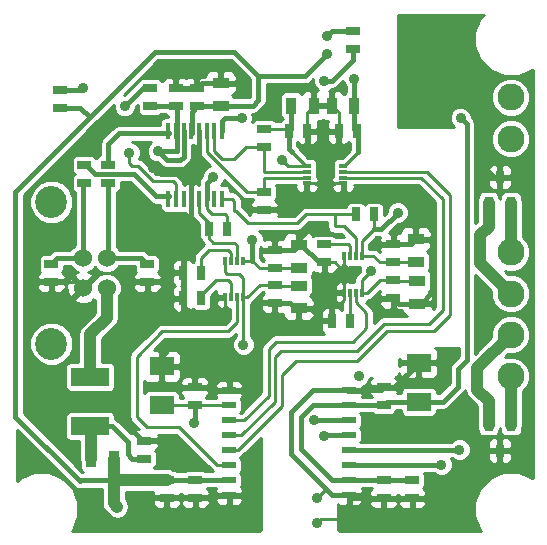
<source format=gbl>
G04 (created by PCBNEW (2013-07-07 BZR 4022)-stable) date 18.12.2014 21:06:21*
%MOIN*%
G04 Gerber Fmt 3.4, Leading zero omitted, Abs format*
%FSLAX34Y34*%
G01*
G70*
G90*
G04 APERTURE LIST*
%ADD10C,0.00590551*%
%ADD11C,0.06*%
%ADD12C,0.1063*%
%ADD13R,0.0315X0.0394*%
%ADD14R,0.045X0.02*%
%ADD15R,0.08X0.06*%
%ADD16R,0.055X0.035*%
%ADD17R,0.035X0.055*%
%ADD18R,0.045X0.025*%
%ADD19R,0.025X0.045*%
%ADD20R,0.125984X0.0590551*%
%ADD21C,0.09*%
%ADD22R,0.0314961X0.011811*%
%ADD23R,0.011811X0.0314961*%
%ADD24R,0.0138X0.0551*%
%ADD25C,0.035*%
%ADD26C,0.015*%
%ADD27C,0.01*%
%ADD28C,0.04*%
G04 APERTURE END LIST*
G54D10*
G54D11*
X4149Y9339D03*
X4149Y10339D03*
X3362Y10339D03*
X3362Y9339D03*
G54D12*
X2299Y7477D03*
X2299Y12201D03*
G54D13*
X17250Y3917D03*
X17625Y4783D03*
X16875Y4783D03*
X17250Y13033D03*
X16875Y12167D03*
X17625Y12167D03*
G54D14*
X8225Y2429D03*
X8225Y2929D03*
X8225Y3429D03*
X8225Y3929D03*
X8225Y4429D03*
X8225Y4929D03*
X8225Y5429D03*
X8225Y5929D03*
X12225Y5929D03*
X12225Y5429D03*
X12225Y4929D03*
X12225Y4429D03*
X12225Y3929D03*
X12225Y3429D03*
X12225Y2929D03*
X12225Y2429D03*
G54D15*
X14550Y5550D03*
X14550Y6850D03*
X5975Y5429D03*
X5975Y6729D03*
G54D16*
X10549Y9414D03*
X10549Y8664D03*
X10549Y10014D03*
X10549Y10764D03*
X14499Y9564D03*
X14499Y8814D03*
X14449Y10214D03*
X14449Y10964D03*
G54D17*
X10299Y15414D03*
X11049Y15414D03*
X12399Y15414D03*
X11649Y15414D03*
G54D16*
X7949Y15414D03*
X7949Y16164D03*
G54D17*
X3625Y3650D03*
X4375Y3650D03*
G54D18*
X5600Y16000D03*
X5600Y15400D03*
X13699Y10189D03*
X13699Y10789D03*
X9749Y9439D03*
X9749Y8839D03*
X9749Y9989D03*
X9749Y10589D03*
G54D19*
X11649Y8239D03*
X12249Y8239D03*
G54D18*
X11399Y10189D03*
X11399Y10789D03*
G54D19*
X6699Y8989D03*
X7299Y8989D03*
X6699Y9839D03*
X7299Y9839D03*
X12474Y14564D03*
X11874Y14564D03*
X10224Y14564D03*
X10824Y14564D03*
G54D18*
X12350Y17900D03*
X12350Y17300D03*
X5499Y10139D03*
X5499Y9539D03*
X3399Y12839D03*
X3399Y13439D03*
X4199Y12839D03*
X4199Y13439D03*
X2600Y15950D03*
X2600Y15350D03*
X7075Y5429D03*
X7075Y6029D03*
X13375Y5429D03*
X13375Y6029D03*
X13375Y2929D03*
X13375Y2329D03*
X14325Y2929D03*
X14325Y2329D03*
X6150Y2950D03*
X6150Y2350D03*
X7100Y2950D03*
X7100Y2350D03*
X6449Y15389D03*
X6449Y15989D03*
X7149Y15389D03*
X7149Y15989D03*
X5400Y3650D03*
X5400Y4250D03*
X2299Y10139D03*
X2299Y9539D03*
X13699Y9589D03*
X13699Y8989D03*
G54D19*
X12449Y11789D03*
X13049Y11789D03*
X7550Y11300D03*
X8150Y11300D03*
G54D18*
X9399Y14039D03*
X9399Y14639D03*
X9399Y11939D03*
X9399Y12539D03*
G54D20*
X3600Y6376D03*
X3600Y4723D03*
G54D21*
X17616Y14311D03*
X17616Y15688D03*
X17616Y9150D03*
X17616Y10528D03*
X17616Y6394D03*
X17616Y7772D03*
G54D22*
X12034Y13409D03*
X12034Y13212D03*
X12034Y13015D03*
X12034Y12819D03*
X10813Y12819D03*
X10813Y13015D03*
X10813Y13212D03*
X10813Y13409D03*
G54D23*
X12644Y9179D03*
X12447Y9179D03*
X12250Y9179D03*
X12053Y9179D03*
X12053Y10399D03*
X12250Y10399D03*
X12447Y10399D03*
X12644Y10399D03*
X8694Y9029D03*
X8497Y9029D03*
X8300Y9029D03*
X8103Y9029D03*
X8103Y10249D03*
X8300Y10249D03*
X8497Y10249D03*
X8694Y10249D03*
G54D24*
X6203Y14571D03*
X6459Y14571D03*
X6715Y14571D03*
X6971Y14571D03*
X7227Y14571D03*
X7483Y14571D03*
X7739Y14571D03*
X7995Y14571D03*
X7995Y12307D03*
X7739Y12307D03*
X7483Y12307D03*
X7227Y12307D03*
X6971Y12307D03*
X6715Y12307D03*
X6459Y12307D03*
X6203Y12307D03*
G54D25*
X12550Y6400D03*
X11400Y16250D03*
X5850Y13900D03*
X9000Y10950D03*
X7700Y13050D03*
X13850Y11850D03*
X10000Y13600D03*
X4500Y2050D03*
X11500Y17150D03*
X12400Y16300D03*
X12950Y9900D03*
X8700Y7450D03*
X7050Y4850D03*
X8650Y15000D03*
X4900Y13850D03*
X5700Y13350D03*
X6750Y13100D03*
X11350Y14550D03*
X11150Y9700D03*
X10950Y11350D03*
X5500Y8550D03*
X4800Y8550D03*
X11400Y12350D03*
X6300Y7400D03*
X9100Y5950D03*
X6550Y11350D03*
X5000Y11350D03*
X5850Y11350D03*
X7950Y16800D03*
X6450Y16500D03*
X7150Y16600D03*
X14750Y11650D03*
X6100Y8550D03*
X8200Y1600D03*
X7100Y1600D03*
X6150Y1600D03*
X14400Y1700D03*
X13400Y1650D03*
X12250Y1650D03*
X11150Y1500D03*
X11150Y2350D03*
X15950Y4900D03*
X15950Y5350D03*
X15950Y3000D03*
X16550Y13550D03*
X3350Y16000D03*
X11500Y17750D03*
X4750Y15400D03*
X11400Y4400D03*
X11050Y4950D03*
X15900Y3950D03*
X15300Y3450D03*
X15950Y15000D03*
G54D26*
X11650Y16250D02*
X12350Y16950D01*
X12350Y16950D02*
X12350Y17300D01*
X11400Y16250D02*
X11650Y16250D01*
X6474Y13900D02*
X5850Y13900D01*
X6474Y13900D02*
X6474Y14489D01*
X6150Y13600D02*
X5850Y13900D01*
X6600Y13600D02*
X6150Y13600D01*
X6715Y13715D02*
X6600Y13600D01*
X6715Y14571D02*
X6715Y13715D01*
X8988Y10938D02*
X9000Y10950D01*
X8988Y10249D02*
X8988Y10938D01*
X7483Y12307D02*
X7483Y12833D01*
X7483Y12833D02*
X7700Y13050D01*
G54D27*
X7483Y12307D02*
X7483Y11966D01*
X8150Y11750D02*
X8150Y11300D01*
X8100Y11800D02*
X8150Y11750D01*
X7650Y11800D02*
X8100Y11800D01*
X7483Y11966D02*
X7650Y11800D01*
G54D26*
X5600Y15400D02*
X6438Y15400D01*
X6438Y15400D02*
X6449Y15389D01*
X13049Y11300D02*
X13300Y11300D01*
X13300Y11300D02*
X13850Y11850D01*
G54D27*
X10190Y13409D02*
X10813Y13409D01*
X10000Y13600D02*
X10190Y13409D01*
X13049Y11789D02*
X13049Y11300D01*
X13049Y11300D02*
X13049Y11289D01*
X12644Y10884D02*
X12644Y10399D01*
X13049Y11289D02*
X12644Y10884D01*
X9399Y14639D02*
X10149Y14639D01*
X10149Y14639D02*
X10224Y14564D01*
X13699Y10189D02*
X14424Y10189D01*
X14424Y10189D02*
X14449Y10214D01*
X12644Y10399D02*
X13038Y10399D01*
X13249Y10189D02*
X13699Y10189D01*
X13038Y10399D02*
X13249Y10189D01*
X10549Y10014D02*
X9774Y10014D01*
X9774Y10014D02*
X9749Y9989D01*
X8694Y10249D02*
X8988Y10249D01*
X9249Y9989D02*
X9749Y9989D01*
X8988Y10249D02*
X9249Y9989D01*
X10813Y13409D02*
X10778Y13409D01*
X10778Y13409D02*
X10324Y13864D01*
G54D26*
X10224Y13964D02*
X10224Y14564D01*
X10224Y13964D02*
X10324Y13864D01*
X10299Y15414D02*
X10299Y14639D01*
X10299Y14639D02*
X10224Y14564D01*
X6474Y14489D02*
X6474Y15364D01*
X6474Y15364D02*
X6449Y15389D01*
G54D28*
X6150Y2950D02*
X4400Y2950D01*
X4400Y2950D02*
X4375Y2925D01*
G54D26*
X3225Y2925D02*
X4375Y2925D01*
X4375Y2925D02*
X4375Y2900D01*
G54D28*
X4375Y3650D02*
X4375Y2900D01*
X4375Y2900D02*
X4375Y2175D01*
X4375Y2175D02*
X4500Y2050D01*
G54D26*
X3250Y2900D02*
X3225Y2925D01*
X3225Y2925D02*
X1100Y5050D01*
G54D27*
X8103Y10249D02*
X8103Y9864D01*
X8694Y9655D02*
X8694Y9029D01*
X8550Y9800D02*
X8694Y9655D01*
X8168Y9800D02*
X8550Y9800D01*
X8103Y9864D02*
X8168Y9800D01*
G54D26*
X12399Y15414D02*
X12399Y16299D01*
X10750Y16400D02*
X9200Y16400D01*
X11500Y17150D02*
X10750Y16400D01*
X12399Y16299D02*
X12400Y16300D01*
G54D27*
X12644Y9179D02*
X12644Y9594D01*
X12644Y9594D02*
X12950Y9900D01*
G54D26*
X2600Y15350D02*
X3250Y15350D01*
X3250Y15350D02*
X3575Y15025D01*
X1100Y12550D02*
X1100Y5050D01*
X1100Y12550D02*
X3575Y15025D01*
X3575Y15025D02*
X5750Y17200D01*
X8400Y17200D02*
X9200Y16400D01*
X5750Y17200D02*
X8400Y17200D01*
X9200Y16400D02*
X9200Y15600D01*
X7949Y15414D02*
X9014Y15414D01*
X9200Y15600D02*
X9014Y15414D01*
G54D27*
X8694Y7455D02*
X8694Y9029D01*
X8700Y7450D02*
X8694Y7455D01*
G54D26*
X7075Y4875D02*
X7075Y5429D01*
X7050Y4850D02*
X7075Y4875D01*
X7100Y2950D02*
X6150Y2950D01*
X7100Y2950D02*
X8204Y2950D01*
X8204Y2950D02*
X8225Y2929D01*
G54D27*
X5975Y5429D02*
X7075Y5429D01*
X7075Y5429D02*
X8225Y5429D01*
X14499Y9564D02*
X13724Y9564D01*
X13724Y9564D02*
X13699Y9589D01*
X12644Y9179D02*
X12838Y9179D01*
X13249Y9589D02*
X13699Y9589D01*
X12838Y9179D02*
X13249Y9589D01*
X10549Y9414D02*
X9774Y9414D01*
X9774Y9414D02*
X9749Y9439D01*
X8694Y9029D02*
X8838Y9029D01*
X8838Y9029D02*
X9249Y9439D01*
X9249Y9439D02*
X9749Y9439D01*
X12034Y13409D02*
X12069Y13409D01*
G54D26*
X12524Y14514D02*
X12474Y14564D01*
X12524Y13864D02*
X12524Y14514D01*
G54D27*
X12069Y13409D02*
X12524Y13864D01*
G54D26*
X12399Y15414D02*
X12399Y14639D01*
X12399Y14639D02*
X12474Y14564D01*
X7949Y15414D02*
X7174Y15414D01*
X7174Y15414D02*
X7149Y15389D01*
X6974Y15214D02*
X7149Y15389D01*
X6974Y14489D02*
X6974Y15214D01*
G54D28*
X3600Y6376D02*
X3600Y7800D01*
X4149Y8349D02*
X4149Y9339D01*
X3600Y7800D02*
X4149Y8349D01*
G54D27*
X7483Y14571D02*
X7483Y13866D01*
X8810Y12539D02*
X9399Y12539D01*
X7483Y13866D02*
X8810Y12539D01*
X9399Y12539D02*
X9399Y13015D01*
X10813Y13015D02*
X9399Y13015D01*
X13400Y8150D02*
X14900Y8150D01*
X12500Y7250D02*
X13400Y8150D01*
X12034Y13015D02*
X14634Y13015D01*
X8629Y4429D02*
X8225Y4429D01*
X9950Y7250D02*
X12300Y7250D01*
X9750Y7050D02*
X9950Y7250D01*
X9750Y5550D02*
X9750Y7050D01*
X8629Y4429D02*
X9750Y5550D01*
X12300Y7250D02*
X12500Y7250D01*
X15350Y12300D02*
X14634Y13015D01*
X15350Y8600D02*
X15350Y12300D01*
X14900Y8150D02*
X15350Y8600D01*
G54D28*
X17625Y4783D02*
X17625Y6385D01*
X17625Y6385D02*
X17616Y6394D01*
X16875Y4783D02*
X16875Y5575D01*
X16500Y6656D02*
X17616Y7772D01*
X16500Y5950D02*
X16500Y6656D01*
X16875Y5575D02*
X16500Y5950D01*
G54D27*
X7550Y11300D02*
X7550Y11000D01*
X8497Y10752D02*
X8400Y10850D01*
X8497Y10752D02*
X8497Y10249D01*
X7700Y10850D02*
X8400Y10850D01*
X7550Y11000D02*
X7700Y10850D01*
X7550Y11300D02*
X7550Y11500D01*
X7227Y11822D02*
X7227Y12307D01*
X7550Y11500D02*
X7227Y11822D01*
X5500Y4700D02*
X6550Y4700D01*
X5500Y4700D02*
X5150Y5050D01*
X5150Y5050D02*
X5150Y7050D01*
X5150Y7050D02*
X6000Y7900D01*
X6000Y7900D02*
X8200Y7900D01*
X8200Y7900D02*
X8497Y8197D01*
X8497Y9029D02*
X8497Y8197D01*
X7820Y3429D02*
X8225Y3429D01*
X7820Y3429D02*
X6550Y4700D01*
G54D28*
X16875Y12167D02*
X16875Y11375D01*
X16600Y10166D02*
X17616Y9150D01*
X16600Y11100D02*
X16600Y10166D01*
X16875Y11375D02*
X16600Y11100D01*
X17625Y12167D02*
X17625Y10537D01*
X17625Y10537D02*
X17616Y10528D01*
G54D27*
X8399Y11900D02*
X8450Y11900D01*
X11900Y11800D02*
X11900Y11789D01*
X10800Y11800D02*
X11900Y11800D01*
X10500Y11500D02*
X10800Y11800D01*
X8850Y11500D02*
X10500Y11500D01*
X8450Y11900D02*
X8850Y11500D01*
X11749Y11389D02*
X11749Y11739D01*
X11799Y11789D02*
X11900Y11789D01*
X11749Y11739D02*
X11799Y11789D01*
X12447Y10990D02*
X12447Y10399D01*
X12049Y11389D02*
X12447Y10990D01*
X11749Y11389D02*
X12049Y11389D01*
X11900Y11789D02*
X12449Y11789D01*
X8331Y12307D02*
X7995Y12307D01*
X8399Y12239D02*
X8331Y12307D01*
X8399Y11889D02*
X8399Y11900D01*
X8399Y11900D02*
X8399Y12239D01*
X8225Y4929D02*
X8729Y4929D01*
X12447Y8852D02*
X12800Y8500D01*
X12800Y8500D02*
X12800Y8000D01*
X12800Y8000D02*
X12350Y7550D01*
X12350Y7550D02*
X9800Y7550D01*
X12447Y8852D02*
X12447Y9179D01*
X9550Y7300D02*
X9800Y7550D01*
X9550Y5750D02*
X9550Y7300D01*
X8729Y4929D02*
X9550Y5750D01*
G54D26*
X4199Y12839D02*
X4199Y10389D01*
X4199Y10389D02*
X4149Y10339D01*
X4149Y10339D02*
X5299Y10339D01*
X5299Y10339D02*
X5499Y10139D01*
X3362Y10339D02*
X3362Y12802D01*
X3362Y12802D02*
X3399Y12839D01*
X3362Y10339D02*
X2499Y10339D01*
X2499Y10339D02*
X2299Y10139D01*
G54D27*
X9399Y14039D02*
X8789Y14039D01*
X7739Y13910D02*
X7739Y14571D01*
X8000Y13650D02*
X7739Y13910D01*
X8400Y13650D02*
X8000Y13650D01*
X8789Y14039D02*
X8400Y13650D01*
X9399Y14039D02*
X9399Y13212D01*
X10813Y13212D02*
X9399Y13212D01*
X13500Y7900D02*
X15050Y7900D01*
X12500Y6900D02*
X13500Y7900D01*
X8529Y3929D02*
X10000Y5400D01*
X10000Y5400D02*
X10000Y6450D01*
X10000Y6450D02*
X10450Y6900D01*
X8225Y3929D02*
X8529Y3929D01*
X10450Y6900D02*
X12500Y6900D01*
X14837Y13212D02*
X12034Y13212D01*
X15600Y12450D02*
X14837Y13212D01*
X15600Y8450D02*
X15600Y12450D01*
X15050Y7900D02*
X15600Y8450D01*
G54D26*
X7995Y14571D02*
X7995Y14895D01*
X8100Y15000D02*
X8650Y15000D01*
X7995Y14895D02*
X8100Y15000D01*
G54D27*
X6459Y12307D02*
X6459Y12790D01*
X4900Y13500D02*
X4900Y13850D01*
X5000Y13400D02*
X4900Y13500D01*
X5200Y13400D02*
X5000Y13400D01*
X5700Y12900D02*
X5200Y13400D01*
X6350Y12900D02*
X5700Y12900D01*
X6459Y12790D02*
X6350Y12900D01*
X5700Y13350D02*
X5950Y13100D01*
X6850Y13200D02*
X6971Y13200D01*
X6850Y13200D02*
X6750Y13100D01*
X6750Y13100D02*
X5950Y13100D01*
G54D26*
X6971Y12307D02*
X6971Y13200D01*
X6971Y13200D02*
X6971Y13371D01*
X7227Y13627D02*
X7227Y14571D01*
X6971Y13371D02*
X7227Y13627D01*
G54D27*
X12034Y12819D02*
X11680Y12819D01*
X11600Y14100D02*
X11350Y14100D01*
X11600Y12900D02*
X11600Y14100D01*
X11680Y12819D02*
X11600Y12900D01*
X10813Y12819D02*
X11219Y12819D01*
X11219Y12819D02*
X11350Y12950D01*
X11350Y12950D02*
X11350Y14100D01*
X11335Y14564D02*
X11350Y14550D01*
X11350Y14100D02*
X11350Y14550D01*
X11335Y14564D02*
X10824Y14564D01*
X11150Y9700D02*
X11250Y9700D01*
X11399Y9849D02*
X11399Y10189D01*
X11250Y9700D02*
X11399Y9849D01*
X10549Y10764D02*
X10549Y10949D01*
X10549Y10949D02*
X10950Y11350D01*
G54D26*
X5400Y4250D02*
X5350Y4250D01*
X4800Y4800D02*
X4800Y8550D01*
X5350Y4250D02*
X4800Y4800D01*
X6699Y8989D02*
X6699Y8750D01*
G54D27*
X8103Y8603D02*
X8103Y9029D01*
X8000Y8500D02*
X8103Y8603D01*
G54D26*
X6950Y8500D02*
X8000Y8500D01*
X6699Y8750D02*
X6950Y8500D01*
G54D27*
X11400Y12350D02*
X11800Y12350D01*
X10813Y12819D02*
X10813Y12436D01*
X10900Y12350D02*
X11400Y12350D01*
X10813Y12436D02*
X10900Y12350D01*
X12034Y12584D02*
X12034Y12819D01*
X11800Y12350D02*
X12034Y12584D01*
G54D26*
X5975Y6729D02*
X5975Y7075D01*
X5975Y7075D02*
X6300Y7400D01*
X8225Y5929D02*
X9079Y5929D01*
X9079Y5929D02*
X9100Y5950D01*
X6550Y11350D02*
X5850Y11350D01*
X6971Y11771D02*
X6550Y11350D01*
X6971Y12307D02*
X6971Y11771D01*
X7949Y16164D02*
X7949Y16799D01*
X7949Y16799D02*
X7950Y16800D01*
X6449Y15989D02*
X6449Y16499D01*
X6449Y16499D02*
X6450Y16500D01*
X7149Y15989D02*
X7149Y16599D01*
X7149Y16599D02*
X7150Y16600D01*
X14499Y8814D02*
X14614Y8814D01*
X14885Y10964D02*
X14449Y10964D01*
X15000Y10850D02*
X14885Y10964D01*
X15000Y9200D02*
X15000Y10850D01*
X14614Y8814D02*
X15000Y9200D01*
G54D27*
X10549Y8664D02*
X10885Y8664D01*
X11310Y8239D02*
X11649Y8239D01*
X10885Y8664D02*
X11310Y8239D01*
X12053Y9179D02*
X12053Y10399D01*
G54D26*
X14449Y10964D02*
X14449Y11349D01*
X14449Y11349D02*
X14750Y11650D01*
G54D27*
X10824Y14564D02*
X10824Y15189D01*
X10824Y15189D02*
X11049Y15414D01*
X11874Y14564D02*
X11874Y15189D01*
X11874Y15189D02*
X11649Y15414D01*
G54D26*
X5500Y8550D02*
X6100Y8550D01*
X5499Y9539D02*
X5499Y8550D01*
X5499Y8550D02*
X5500Y8550D01*
X8225Y2429D02*
X8225Y1625D01*
X8225Y1625D02*
X8200Y1600D01*
X7100Y2350D02*
X7100Y1600D01*
X6150Y2350D02*
X6150Y1600D01*
X10549Y8664D02*
X10435Y8664D01*
X10260Y8839D02*
X9749Y8839D01*
X10435Y8664D02*
X10260Y8839D01*
X13699Y10789D02*
X14274Y10789D01*
X14274Y10789D02*
X14449Y10964D01*
X14499Y8814D02*
X13874Y8814D01*
X13874Y8814D02*
X13699Y8989D01*
X10549Y10764D02*
X10635Y10764D01*
X11210Y10189D02*
X11399Y10189D01*
X10635Y10764D02*
X11210Y10189D01*
X9749Y10589D02*
X10374Y10589D01*
X10374Y10589D02*
X10549Y10764D01*
G54D27*
X2299Y9539D02*
X3162Y9539D01*
X3162Y9539D02*
X3362Y9339D01*
G54D26*
X7100Y2350D02*
X6150Y2350D01*
X7100Y2350D02*
X7500Y2350D01*
X7579Y2429D02*
X8225Y2429D01*
X7500Y2350D02*
X7579Y2429D01*
G54D27*
X12053Y8944D02*
X12053Y9179D01*
X11649Y8239D02*
X11649Y8739D01*
X11649Y8739D02*
X11749Y8839D01*
X11749Y8839D02*
X11949Y8839D01*
X11949Y8839D02*
X12053Y8944D01*
X12053Y10094D02*
X12053Y10399D01*
X11999Y10039D02*
X12053Y10094D01*
X11899Y10039D02*
X11999Y10039D01*
X11749Y10189D02*
X11899Y10039D01*
X11399Y10189D02*
X11749Y10189D01*
X5975Y6729D02*
X6875Y6729D01*
X7075Y6529D02*
X7075Y6029D01*
X6875Y6729D02*
X7075Y6529D01*
X8225Y5929D02*
X7625Y5929D01*
X7525Y6029D02*
X7075Y6029D01*
X7625Y5929D02*
X7525Y6029D01*
X5499Y9539D02*
X6049Y9539D01*
X6349Y9839D02*
X6699Y9839D01*
X6049Y9539D02*
X6349Y9839D01*
X6699Y8989D02*
X6699Y9839D01*
G54D26*
X6449Y15989D02*
X7149Y15989D01*
X7149Y15989D02*
X7324Y16164D01*
X7324Y16164D02*
X7949Y16164D01*
G54D27*
X11450Y1650D02*
X11300Y1650D01*
X14400Y1700D02*
X13450Y1700D01*
X13400Y1650D02*
X13450Y1700D01*
X11450Y1650D02*
X12250Y1650D01*
X11300Y1650D02*
X11150Y1500D01*
X11450Y2650D02*
X11150Y2350D01*
G54D26*
X16933Y3917D02*
X15950Y4900D01*
X16933Y3917D02*
X17250Y3917D01*
X16250Y2700D02*
X15950Y3000D01*
X17250Y3917D02*
X16767Y3917D01*
X15879Y2329D02*
X14325Y2329D01*
X16450Y2900D02*
X16250Y2700D01*
X16250Y2700D02*
X15879Y2329D01*
X16450Y3600D02*
X16450Y2900D01*
X16767Y3917D02*
X16450Y3600D01*
X12225Y2429D02*
X11670Y2429D01*
X11029Y5929D02*
X12225Y5929D01*
X10300Y5200D02*
X11029Y5929D01*
X10300Y3800D02*
X10300Y5200D01*
X11670Y2429D02*
X11450Y2650D01*
X11450Y2650D02*
X10300Y3800D01*
X17067Y13033D02*
X17250Y13033D01*
X16550Y13550D02*
X17067Y13033D01*
X13375Y2329D02*
X12325Y2329D01*
X12325Y2329D02*
X12225Y2429D01*
X14325Y2329D02*
X13375Y2329D01*
X12225Y5929D02*
X13275Y5929D01*
X13275Y5929D02*
X13375Y6029D01*
X13375Y6029D02*
X13729Y6029D01*
X13729Y6029D02*
X14550Y6850D01*
G54D27*
X12249Y8239D02*
X12249Y9177D01*
X12249Y9177D02*
X12250Y9179D01*
X8300Y10249D02*
X8300Y10499D01*
X7299Y10349D02*
X7299Y9839D01*
X7550Y10600D02*
X7299Y10349D01*
X8200Y10600D02*
X7550Y10600D01*
X8300Y10499D02*
X8200Y10600D01*
G54D26*
X2600Y15950D02*
X3300Y15950D01*
X3300Y15950D02*
X3350Y16000D01*
X12350Y17900D02*
X11650Y17900D01*
X11650Y17900D02*
X11500Y17750D01*
X5350Y16000D02*
X5600Y16000D01*
X4750Y15400D02*
X5350Y16000D01*
G54D27*
X12250Y10399D02*
X12250Y10737D01*
X12199Y10789D02*
X11399Y10789D01*
X12250Y10737D02*
X12199Y10789D01*
G54D26*
X5799Y12389D02*
X6224Y12389D01*
X5049Y13139D02*
X5799Y12389D01*
X3749Y13139D02*
X5049Y13139D01*
X3399Y13439D02*
X3449Y13439D01*
X3449Y13439D02*
X3749Y13139D01*
X6224Y14489D02*
X4549Y14489D01*
X4549Y14489D02*
X4199Y14139D01*
X4199Y14139D02*
X4199Y13439D01*
X11429Y4429D02*
X12225Y4429D01*
X11400Y4400D02*
X11429Y4429D01*
X11070Y4929D02*
X12225Y4929D01*
X11050Y4950D02*
X11070Y4929D01*
X15879Y3929D02*
X12225Y3929D01*
X15900Y3950D02*
X15879Y3929D01*
X15279Y3429D02*
X12225Y3429D01*
X15300Y3450D02*
X15279Y3429D01*
X3600Y4723D02*
X4326Y4723D01*
X5000Y3650D02*
X5400Y3650D01*
X4850Y3800D02*
X5000Y3650D01*
X4850Y4200D02*
X4850Y3800D01*
X4326Y4723D02*
X4850Y4200D01*
G54D28*
X3625Y3650D02*
X3625Y4698D01*
X3625Y4698D02*
X3600Y4723D01*
G54D27*
X7299Y8989D02*
X7299Y9089D01*
X8300Y9487D02*
X8300Y9029D01*
X8199Y9589D02*
X8300Y9487D01*
X7799Y9589D02*
X8199Y9589D01*
X7299Y9089D02*
X7799Y9589D01*
G54D26*
X12225Y2929D02*
X11670Y2929D01*
X11029Y5429D02*
X12225Y5429D01*
X10637Y5037D02*
X11029Y5429D01*
X10637Y3962D02*
X10637Y5037D01*
X11670Y2929D02*
X10637Y3962D01*
X16150Y11650D02*
X16150Y6950D01*
X15350Y5550D02*
X14550Y5550D01*
X15850Y6050D02*
X15350Y5550D01*
X15850Y6650D02*
X15850Y6050D01*
X16150Y6950D02*
X15850Y6650D01*
X16150Y14800D02*
X16150Y11650D01*
X16150Y11650D02*
X16150Y11600D01*
X15950Y15000D02*
X16150Y14800D01*
X13375Y2929D02*
X14325Y2929D01*
X12225Y2929D02*
X13375Y2929D01*
X14550Y5550D02*
X13495Y5550D01*
X13495Y5550D02*
X13375Y5429D01*
X12225Y5429D02*
X13375Y5429D01*
G54D27*
X14325Y5429D02*
X14475Y5579D01*
G54D10*
G36*
X7587Y13409D02*
X7487Y13368D01*
X7382Y13262D01*
X7325Y13124D01*
X7325Y13063D01*
X7288Y13027D01*
X7229Y12938D01*
X7208Y12833D01*
X7208Y12782D01*
X7193Y12782D01*
X7182Y12794D01*
X7090Y12832D01*
X7068Y12832D01*
X7005Y12770D01*
X7005Y12713D01*
X6988Y12696D01*
X6971Y12654D01*
X6953Y12696D01*
X6936Y12713D01*
X6936Y12770D01*
X6874Y12832D01*
X6852Y12832D01*
X6760Y12794D01*
X6748Y12782D01*
X6744Y12782D01*
X6709Y12782D01*
X6709Y12790D01*
X6709Y12790D01*
X6709Y12790D01*
X6705Y12809D01*
X6690Y12886D01*
X6690Y12886D01*
X6635Y12967D01*
X6635Y12967D01*
X6526Y13076D01*
X6445Y13130D01*
X6350Y13150D01*
X5803Y13150D01*
X5376Y13576D01*
X5295Y13630D01*
X5221Y13645D01*
X5274Y13775D01*
X5275Y13924D01*
X5218Y14062D01*
X5112Y14167D01*
X5000Y14214D01*
X5634Y14214D01*
X5532Y14112D01*
X5475Y13974D01*
X5474Y13825D01*
X5531Y13687D01*
X5637Y13582D01*
X5775Y13525D01*
X5836Y13525D01*
X5955Y13405D01*
X5955Y13405D01*
X6015Y13365D01*
X6044Y13345D01*
X6044Y13345D01*
X6149Y13325D01*
X6150Y13325D01*
X6600Y13325D01*
X6705Y13345D01*
X6705Y13345D01*
X6794Y13405D01*
X6909Y13520D01*
X6969Y13609D01*
X6969Y13609D01*
X6990Y13715D01*
X6990Y14095D01*
X7004Y14095D01*
X7016Y14084D01*
X7108Y14045D01*
X7130Y14045D01*
X7192Y14108D01*
X7192Y14165D01*
X7209Y14182D01*
X7227Y14224D01*
X7233Y14210D01*
X7233Y13866D01*
X7252Y13771D01*
X7306Y13690D01*
X7587Y13409D01*
X7587Y13409D01*
G37*
G54D27*
X7587Y13409D02*
X7487Y13368D01*
X7382Y13262D01*
X7325Y13124D01*
X7325Y13063D01*
X7288Y13027D01*
X7229Y12938D01*
X7208Y12833D01*
X7208Y12782D01*
X7193Y12782D01*
X7182Y12794D01*
X7090Y12832D01*
X7068Y12832D01*
X7005Y12770D01*
X7005Y12713D01*
X6988Y12696D01*
X6971Y12654D01*
X6953Y12696D01*
X6936Y12713D01*
X6936Y12770D01*
X6874Y12832D01*
X6852Y12832D01*
X6760Y12794D01*
X6748Y12782D01*
X6744Y12782D01*
X6709Y12782D01*
X6709Y12790D01*
X6709Y12790D01*
X6709Y12790D01*
X6705Y12809D01*
X6690Y12886D01*
X6690Y12886D01*
X6635Y12967D01*
X6635Y12967D01*
X6526Y13076D01*
X6445Y13130D01*
X6350Y13150D01*
X5803Y13150D01*
X5376Y13576D01*
X5295Y13630D01*
X5221Y13645D01*
X5274Y13775D01*
X5275Y13924D01*
X5218Y14062D01*
X5112Y14167D01*
X5000Y14214D01*
X5634Y14214D01*
X5532Y14112D01*
X5475Y13974D01*
X5474Y13825D01*
X5531Y13687D01*
X5637Y13582D01*
X5775Y13525D01*
X5836Y13525D01*
X5955Y13405D01*
X5955Y13405D01*
X6015Y13365D01*
X6044Y13345D01*
X6044Y13345D01*
X6149Y13325D01*
X6150Y13325D01*
X6600Y13325D01*
X6705Y13345D01*
X6705Y13345D01*
X6794Y13405D01*
X6909Y13520D01*
X6969Y13609D01*
X6969Y13609D01*
X6990Y13715D01*
X6990Y14095D01*
X7004Y14095D01*
X7016Y14084D01*
X7108Y14045D01*
X7130Y14045D01*
X7192Y14108D01*
X7192Y14165D01*
X7209Y14182D01*
X7227Y14224D01*
X7233Y14210D01*
X7233Y13866D01*
X7252Y13771D01*
X7306Y13690D01*
X7587Y13409D01*
G54D10*
G36*
X7685Y3225D02*
X7457Y3225D01*
X7438Y3244D01*
X7364Y3274D01*
X7285Y3275D01*
X6835Y3275D01*
X6761Y3244D01*
X6742Y3225D01*
X6507Y3225D01*
X6488Y3244D01*
X6414Y3274D01*
X6369Y3275D01*
X6303Y3319D01*
X6150Y3350D01*
X5725Y3350D01*
X5738Y3355D01*
X5794Y3411D01*
X5824Y3485D01*
X5825Y3564D01*
X5825Y3814D01*
X5794Y3888D01*
X5768Y3914D01*
X5837Y3983D01*
X5875Y4075D01*
X5875Y4137D01*
X5812Y4200D01*
X5450Y4200D01*
X5450Y4192D01*
X5350Y4192D01*
X5350Y4200D01*
X5342Y4200D01*
X5342Y4300D01*
X5350Y4300D01*
X5350Y4307D01*
X5450Y4307D01*
X5450Y4300D01*
X5812Y4300D01*
X5875Y4362D01*
X5875Y4424D01*
X5864Y4450D01*
X6446Y4450D01*
X7644Y3252D01*
X7685Y3225D01*
X7685Y3225D01*
G37*
G54D27*
X7685Y3225D02*
X7457Y3225D01*
X7438Y3244D01*
X7364Y3274D01*
X7285Y3275D01*
X6835Y3275D01*
X6761Y3244D01*
X6742Y3225D01*
X6507Y3225D01*
X6488Y3244D01*
X6414Y3274D01*
X6369Y3275D01*
X6303Y3319D01*
X6150Y3350D01*
X5725Y3350D01*
X5738Y3355D01*
X5794Y3411D01*
X5824Y3485D01*
X5825Y3564D01*
X5825Y3814D01*
X5794Y3888D01*
X5768Y3914D01*
X5837Y3983D01*
X5875Y4075D01*
X5875Y4137D01*
X5812Y4200D01*
X5450Y4200D01*
X5450Y4192D01*
X5350Y4192D01*
X5350Y4200D01*
X5342Y4200D01*
X5342Y4300D01*
X5350Y4300D01*
X5350Y4307D01*
X5450Y4307D01*
X5450Y4300D01*
X5812Y4300D01*
X5875Y4362D01*
X5875Y4424D01*
X5864Y4450D01*
X6446Y4450D01*
X7644Y3252D01*
X7685Y3225D01*
G54D10*
G36*
X8247Y8301D02*
X8096Y8150D01*
X6649Y8150D01*
X6649Y8576D01*
X6649Y8939D01*
X6649Y9039D01*
X6649Y9401D01*
X6636Y9414D01*
X6649Y9426D01*
X6649Y9789D01*
X6649Y9889D01*
X6649Y10251D01*
X6586Y10314D01*
X6524Y10314D01*
X6432Y10276D01*
X6362Y10206D01*
X6324Y10114D01*
X6324Y10014D01*
X6324Y9951D01*
X6386Y9889D01*
X6649Y9889D01*
X6649Y9789D01*
X6386Y9789D01*
X6324Y9726D01*
X6324Y9663D01*
X6324Y9564D01*
X6362Y9472D01*
X6420Y9414D01*
X6362Y9356D01*
X6324Y9264D01*
X6324Y9164D01*
X6324Y9101D01*
X6386Y9039D01*
X6649Y9039D01*
X6649Y8939D01*
X6386Y8939D01*
X6324Y8876D01*
X6324Y8813D01*
X6324Y8714D01*
X6362Y8622D01*
X6432Y8552D01*
X6524Y8514D01*
X6586Y8514D01*
X6649Y8576D01*
X6649Y8150D01*
X6000Y8150D01*
X5974Y8144D01*
X5974Y9364D01*
X5974Y9426D01*
X5911Y9489D01*
X5549Y9489D01*
X5549Y9226D01*
X5611Y9164D01*
X5674Y9164D01*
X5774Y9164D01*
X5866Y9202D01*
X5936Y9272D01*
X5974Y9364D01*
X5974Y8144D01*
X5904Y8130D01*
X5823Y8076D01*
X5449Y7702D01*
X5449Y9226D01*
X5449Y9489D01*
X5086Y9489D01*
X5024Y9426D01*
X5024Y9364D01*
X5062Y9272D01*
X5132Y9202D01*
X5224Y9164D01*
X5323Y9164D01*
X5386Y9164D01*
X5449Y9226D01*
X5449Y7702D01*
X4973Y7226D01*
X4919Y7145D01*
X4900Y7050D01*
X4900Y5050D01*
X4919Y4954D01*
X4973Y4873D01*
X5221Y4625D01*
X5125Y4624D01*
X5033Y4586D01*
X4962Y4516D01*
X4951Y4487D01*
X4649Y4789D01*
X4649Y9438D01*
X4573Y9622D01*
X4432Y9763D01*
X4249Y9839D01*
X4050Y9839D01*
X3866Y9763D01*
X3755Y9652D01*
X3748Y9654D01*
X3432Y9339D01*
X3438Y9333D01*
X3367Y9263D01*
X3362Y9268D01*
X3291Y9197D01*
X3291Y9339D01*
X2976Y9654D01*
X2880Y9627D01*
X2807Y9421D01*
X2818Y9202D01*
X2880Y9051D01*
X2976Y9024D01*
X3291Y9339D01*
X3291Y9197D01*
X3047Y8953D01*
X3074Y8858D01*
X3280Y8784D01*
X3498Y8795D01*
X3650Y8858D01*
X3677Y8953D01*
X3677Y8953D01*
X3722Y8908D01*
X3749Y8934D01*
X3749Y8514D01*
X3677Y8443D01*
X3317Y8082D01*
X3230Y7953D01*
X3225Y7927D01*
X3200Y7800D01*
X3200Y6872D01*
X3030Y6872D01*
X3030Y7622D01*
X2919Y7891D01*
X2774Y8036D01*
X2774Y9364D01*
X2774Y9426D01*
X2711Y9489D01*
X2349Y9489D01*
X2349Y9226D01*
X2411Y9164D01*
X2474Y9164D01*
X2574Y9164D01*
X2666Y9202D01*
X2736Y9272D01*
X2774Y9364D01*
X2774Y8036D01*
X2714Y8097D01*
X2445Y8208D01*
X2249Y8208D01*
X2249Y9226D01*
X2249Y9489D01*
X1886Y9489D01*
X1824Y9426D01*
X1824Y9364D01*
X1862Y9272D01*
X1932Y9202D01*
X2024Y9164D01*
X2123Y9164D01*
X2186Y9164D01*
X2249Y9226D01*
X2249Y8208D01*
X2154Y8208D01*
X1885Y8097D01*
X1679Y7892D01*
X1567Y7623D01*
X1567Y7332D01*
X1678Y7063D01*
X1884Y6857D01*
X2153Y6745D01*
X2444Y6745D01*
X2713Y6856D01*
X2918Y7062D01*
X3030Y7331D01*
X3030Y7622D01*
X3030Y6872D01*
X2930Y6872D01*
X2856Y6841D01*
X2800Y6785D01*
X2770Y6712D01*
X2770Y6632D01*
X2770Y6041D01*
X2800Y5968D01*
X2856Y5912D01*
X2930Y5881D01*
X3009Y5881D01*
X4269Y5881D01*
X4343Y5911D01*
X4399Y5968D01*
X4429Y6041D01*
X4429Y6121D01*
X4429Y6711D01*
X4399Y6785D01*
X4343Y6841D01*
X4269Y6872D01*
X4190Y6872D01*
X4000Y6872D01*
X4000Y7634D01*
X4432Y8066D01*
X4432Y8066D01*
X4518Y8196D01*
X4518Y8196D01*
X4518Y8196D01*
X4549Y8349D01*
X4549Y8349D01*
X4549Y9032D01*
X4572Y9055D01*
X4649Y9239D01*
X4649Y9438D01*
X4649Y4789D01*
X4521Y4917D01*
X4432Y4977D01*
X4429Y4977D01*
X4429Y5058D01*
X4399Y5131D01*
X4343Y5187D01*
X4269Y5218D01*
X4190Y5218D01*
X2930Y5218D01*
X2856Y5188D01*
X2800Y5131D01*
X2770Y5058D01*
X2770Y4978D01*
X2770Y4388D01*
X2800Y4314D01*
X2856Y4258D01*
X2930Y4227D01*
X3009Y4227D01*
X3225Y4227D01*
X3225Y3650D01*
X3249Y3524D01*
X3249Y3335D01*
X3280Y3261D01*
X3336Y3205D01*
X3349Y3200D01*
X3338Y3200D01*
X1375Y5163D01*
X1375Y12436D01*
X3769Y14830D01*
X4375Y15436D01*
X4374Y15325D01*
X4431Y15187D01*
X4537Y15082D01*
X4675Y15025D01*
X4824Y15024D01*
X4962Y15081D01*
X5067Y15187D01*
X5124Y15325D01*
X5124Y15386D01*
X5174Y15436D01*
X5174Y15235D01*
X5205Y15161D01*
X5261Y15105D01*
X5335Y15075D01*
X5414Y15074D01*
X5864Y15074D01*
X5938Y15105D01*
X5957Y15125D01*
X6080Y15125D01*
X6110Y15094D01*
X6184Y15064D01*
X6199Y15064D01*
X6199Y15046D01*
X6094Y15046D01*
X6021Y15016D01*
X5964Y14960D01*
X5934Y14886D01*
X5934Y14807D01*
X5934Y14764D01*
X4549Y14764D01*
X4443Y14743D01*
X4354Y14683D01*
X4354Y14683D01*
X4354Y14683D01*
X4004Y14333D01*
X3945Y14244D01*
X3924Y14139D01*
X3924Y13760D01*
X3861Y13734D01*
X3804Y13677D01*
X3799Y13664D01*
X3793Y13677D01*
X3737Y13733D01*
X3664Y13764D01*
X3584Y13764D01*
X3134Y13764D01*
X3061Y13734D01*
X3004Y13677D01*
X2974Y13604D01*
X2974Y13524D01*
X2974Y13274D01*
X3004Y13201D01*
X3060Y13144D01*
X3074Y13139D01*
X3061Y13134D01*
X3004Y13077D01*
X2974Y13004D01*
X2974Y12924D01*
X2974Y12674D01*
X3004Y12601D01*
X3060Y12544D01*
X3087Y12533D01*
X3087Y10766D01*
X3079Y10763D01*
X3030Y10715D01*
X3030Y12346D01*
X2919Y12615D01*
X2714Y12821D01*
X2445Y12932D01*
X2154Y12932D01*
X1885Y12821D01*
X1679Y12616D01*
X1567Y12347D01*
X1567Y12056D01*
X1678Y11787D01*
X1884Y11581D01*
X2153Y11469D01*
X2444Y11469D01*
X2713Y11580D01*
X2918Y11786D01*
X3030Y12055D01*
X3030Y12346D01*
X3030Y10715D01*
X2938Y10622D01*
X2935Y10614D01*
X2499Y10614D01*
X2393Y10593D01*
X2304Y10533D01*
X2235Y10464D01*
X2034Y10464D01*
X1961Y10434D01*
X1904Y10377D01*
X1874Y10304D01*
X1874Y10224D01*
X1874Y9974D01*
X1904Y9901D01*
X1930Y9874D01*
X1862Y9805D01*
X1824Y9713D01*
X1824Y9651D01*
X1886Y9589D01*
X2249Y9589D01*
X2249Y9597D01*
X2349Y9597D01*
X2349Y9589D01*
X2711Y9589D01*
X2774Y9651D01*
X2774Y9713D01*
X2736Y9805D01*
X2667Y9874D01*
X2693Y9900D01*
X2724Y9974D01*
X2724Y10053D01*
X2724Y10064D01*
X2934Y10064D01*
X2938Y10056D01*
X3078Y9915D01*
X3191Y9869D01*
X3074Y9820D01*
X3047Y9725D01*
X3362Y9410D01*
X3677Y9725D01*
X3650Y9820D01*
X3524Y9865D01*
X3645Y9915D01*
X3755Y10025D01*
X3865Y9915D01*
X4049Y9839D01*
X4248Y9839D01*
X4432Y9915D01*
X4572Y10055D01*
X4576Y10064D01*
X5074Y10064D01*
X5074Y9974D01*
X5104Y9901D01*
X5130Y9874D01*
X5062Y9805D01*
X5024Y9713D01*
X5024Y9651D01*
X5086Y9589D01*
X5449Y9589D01*
X5449Y9597D01*
X5549Y9597D01*
X5549Y9589D01*
X5911Y9589D01*
X5974Y9651D01*
X5974Y9713D01*
X5936Y9805D01*
X5867Y9874D01*
X5893Y9900D01*
X5924Y9974D01*
X5924Y10053D01*
X5924Y10303D01*
X5893Y10377D01*
X5837Y10433D01*
X5764Y10464D01*
X5684Y10464D01*
X5563Y10464D01*
X5493Y10533D01*
X5404Y10593D01*
X5299Y10614D01*
X4576Y10614D01*
X4573Y10622D01*
X4474Y10721D01*
X4474Y12518D01*
X4537Y12544D01*
X4593Y12600D01*
X4624Y12674D01*
X4624Y12753D01*
X4624Y12864D01*
X4935Y12864D01*
X5604Y12194D01*
X5604Y12194D01*
X5693Y12135D01*
X5693Y12135D01*
X5799Y12114D01*
X5799Y12114D01*
X5934Y12114D01*
X5934Y11992D01*
X5964Y11918D01*
X6020Y11862D01*
X6094Y11831D01*
X6173Y11831D01*
X6311Y11831D01*
X6331Y11839D01*
X6350Y11831D01*
X6429Y11831D01*
X6567Y11831D01*
X6587Y11839D01*
X6606Y11831D01*
X6685Y11831D01*
X6748Y11831D01*
X6760Y11820D01*
X6852Y11781D01*
X6874Y11781D01*
X6936Y11844D01*
X6936Y11901D01*
X6953Y11918D01*
X6971Y11960D01*
X6977Y11946D01*
X6977Y11822D01*
X6996Y11727D01*
X7050Y11646D01*
X7224Y11471D01*
X7224Y11035D01*
X7255Y10961D01*
X7311Y10905D01*
X7320Y10901D01*
X7373Y10823D01*
X7401Y10795D01*
X7373Y10776D01*
X7122Y10525D01*
X7068Y10444D01*
X7049Y10349D01*
X7049Y10222D01*
X7034Y10207D01*
X6965Y10276D01*
X6873Y10314D01*
X6811Y10314D01*
X6749Y10251D01*
X6749Y9889D01*
X6757Y9889D01*
X6757Y9789D01*
X6749Y9789D01*
X6749Y9426D01*
X6761Y9414D01*
X6749Y9401D01*
X6749Y9039D01*
X6757Y9039D01*
X6757Y8939D01*
X6749Y8939D01*
X6749Y8576D01*
X6811Y8514D01*
X6873Y8514D01*
X6965Y8552D01*
X7034Y8621D01*
X7060Y8594D01*
X7134Y8564D01*
X7213Y8564D01*
X7463Y8564D01*
X7537Y8594D01*
X7593Y8650D01*
X7624Y8724D01*
X7624Y8803D01*
X7624Y9060D01*
X7794Y9231D01*
X7794Y9137D01*
X7794Y9141D01*
X7857Y9079D01*
X8041Y9079D01*
X8041Y8979D01*
X7857Y8979D01*
X7794Y8916D01*
X7794Y8921D01*
X7794Y8821D01*
X7833Y8729D01*
X7903Y8659D01*
X7995Y8621D01*
X8011Y8621D01*
X8074Y8684D01*
X8074Y8756D01*
X8128Y8702D01*
X8133Y8700D01*
X8133Y8684D01*
X8195Y8621D01*
X8212Y8621D01*
X8247Y8636D01*
X8247Y8301D01*
X8247Y8301D01*
G37*
G54D27*
X8247Y8301D02*
X8096Y8150D01*
X6649Y8150D01*
X6649Y8576D01*
X6649Y8939D01*
X6649Y9039D01*
X6649Y9401D01*
X6636Y9414D01*
X6649Y9426D01*
X6649Y9789D01*
X6649Y9889D01*
X6649Y10251D01*
X6586Y10314D01*
X6524Y10314D01*
X6432Y10276D01*
X6362Y10206D01*
X6324Y10114D01*
X6324Y10014D01*
X6324Y9951D01*
X6386Y9889D01*
X6649Y9889D01*
X6649Y9789D01*
X6386Y9789D01*
X6324Y9726D01*
X6324Y9663D01*
X6324Y9564D01*
X6362Y9472D01*
X6420Y9414D01*
X6362Y9356D01*
X6324Y9264D01*
X6324Y9164D01*
X6324Y9101D01*
X6386Y9039D01*
X6649Y9039D01*
X6649Y8939D01*
X6386Y8939D01*
X6324Y8876D01*
X6324Y8813D01*
X6324Y8714D01*
X6362Y8622D01*
X6432Y8552D01*
X6524Y8514D01*
X6586Y8514D01*
X6649Y8576D01*
X6649Y8150D01*
X6000Y8150D01*
X5974Y8144D01*
X5974Y9364D01*
X5974Y9426D01*
X5911Y9489D01*
X5549Y9489D01*
X5549Y9226D01*
X5611Y9164D01*
X5674Y9164D01*
X5774Y9164D01*
X5866Y9202D01*
X5936Y9272D01*
X5974Y9364D01*
X5974Y8144D01*
X5904Y8130D01*
X5823Y8076D01*
X5449Y7702D01*
X5449Y9226D01*
X5449Y9489D01*
X5086Y9489D01*
X5024Y9426D01*
X5024Y9364D01*
X5062Y9272D01*
X5132Y9202D01*
X5224Y9164D01*
X5323Y9164D01*
X5386Y9164D01*
X5449Y9226D01*
X5449Y7702D01*
X4973Y7226D01*
X4919Y7145D01*
X4900Y7050D01*
X4900Y5050D01*
X4919Y4954D01*
X4973Y4873D01*
X5221Y4625D01*
X5125Y4624D01*
X5033Y4586D01*
X4962Y4516D01*
X4951Y4487D01*
X4649Y4789D01*
X4649Y9438D01*
X4573Y9622D01*
X4432Y9763D01*
X4249Y9839D01*
X4050Y9839D01*
X3866Y9763D01*
X3755Y9652D01*
X3748Y9654D01*
X3432Y9339D01*
X3438Y9333D01*
X3367Y9263D01*
X3362Y9268D01*
X3291Y9197D01*
X3291Y9339D01*
X2976Y9654D01*
X2880Y9627D01*
X2807Y9421D01*
X2818Y9202D01*
X2880Y9051D01*
X2976Y9024D01*
X3291Y9339D01*
X3291Y9197D01*
X3047Y8953D01*
X3074Y8858D01*
X3280Y8784D01*
X3498Y8795D01*
X3650Y8858D01*
X3677Y8953D01*
X3677Y8953D01*
X3722Y8908D01*
X3749Y8934D01*
X3749Y8514D01*
X3677Y8443D01*
X3317Y8082D01*
X3230Y7953D01*
X3225Y7927D01*
X3200Y7800D01*
X3200Y6872D01*
X3030Y6872D01*
X3030Y7622D01*
X2919Y7891D01*
X2774Y8036D01*
X2774Y9364D01*
X2774Y9426D01*
X2711Y9489D01*
X2349Y9489D01*
X2349Y9226D01*
X2411Y9164D01*
X2474Y9164D01*
X2574Y9164D01*
X2666Y9202D01*
X2736Y9272D01*
X2774Y9364D01*
X2774Y8036D01*
X2714Y8097D01*
X2445Y8208D01*
X2249Y8208D01*
X2249Y9226D01*
X2249Y9489D01*
X1886Y9489D01*
X1824Y9426D01*
X1824Y9364D01*
X1862Y9272D01*
X1932Y9202D01*
X2024Y9164D01*
X2123Y9164D01*
X2186Y9164D01*
X2249Y9226D01*
X2249Y8208D01*
X2154Y8208D01*
X1885Y8097D01*
X1679Y7892D01*
X1567Y7623D01*
X1567Y7332D01*
X1678Y7063D01*
X1884Y6857D01*
X2153Y6745D01*
X2444Y6745D01*
X2713Y6856D01*
X2918Y7062D01*
X3030Y7331D01*
X3030Y7622D01*
X3030Y6872D01*
X2930Y6872D01*
X2856Y6841D01*
X2800Y6785D01*
X2770Y6712D01*
X2770Y6632D01*
X2770Y6041D01*
X2800Y5968D01*
X2856Y5912D01*
X2930Y5881D01*
X3009Y5881D01*
X4269Y5881D01*
X4343Y5911D01*
X4399Y5968D01*
X4429Y6041D01*
X4429Y6121D01*
X4429Y6711D01*
X4399Y6785D01*
X4343Y6841D01*
X4269Y6872D01*
X4190Y6872D01*
X4000Y6872D01*
X4000Y7634D01*
X4432Y8066D01*
X4432Y8066D01*
X4518Y8196D01*
X4518Y8196D01*
X4518Y8196D01*
X4549Y8349D01*
X4549Y8349D01*
X4549Y9032D01*
X4572Y9055D01*
X4649Y9239D01*
X4649Y9438D01*
X4649Y4789D01*
X4521Y4917D01*
X4432Y4977D01*
X4429Y4977D01*
X4429Y5058D01*
X4399Y5131D01*
X4343Y5187D01*
X4269Y5218D01*
X4190Y5218D01*
X2930Y5218D01*
X2856Y5188D01*
X2800Y5131D01*
X2770Y5058D01*
X2770Y4978D01*
X2770Y4388D01*
X2800Y4314D01*
X2856Y4258D01*
X2930Y4227D01*
X3009Y4227D01*
X3225Y4227D01*
X3225Y3650D01*
X3249Y3524D01*
X3249Y3335D01*
X3280Y3261D01*
X3336Y3205D01*
X3349Y3200D01*
X3338Y3200D01*
X1375Y5163D01*
X1375Y12436D01*
X3769Y14830D01*
X4375Y15436D01*
X4374Y15325D01*
X4431Y15187D01*
X4537Y15082D01*
X4675Y15025D01*
X4824Y15024D01*
X4962Y15081D01*
X5067Y15187D01*
X5124Y15325D01*
X5124Y15386D01*
X5174Y15436D01*
X5174Y15235D01*
X5205Y15161D01*
X5261Y15105D01*
X5335Y15075D01*
X5414Y15074D01*
X5864Y15074D01*
X5938Y15105D01*
X5957Y15125D01*
X6080Y15125D01*
X6110Y15094D01*
X6184Y15064D01*
X6199Y15064D01*
X6199Y15046D01*
X6094Y15046D01*
X6021Y15016D01*
X5964Y14960D01*
X5934Y14886D01*
X5934Y14807D01*
X5934Y14764D01*
X4549Y14764D01*
X4443Y14743D01*
X4354Y14683D01*
X4354Y14683D01*
X4354Y14683D01*
X4004Y14333D01*
X3945Y14244D01*
X3924Y14139D01*
X3924Y13760D01*
X3861Y13734D01*
X3804Y13677D01*
X3799Y13664D01*
X3793Y13677D01*
X3737Y13733D01*
X3664Y13764D01*
X3584Y13764D01*
X3134Y13764D01*
X3061Y13734D01*
X3004Y13677D01*
X2974Y13604D01*
X2974Y13524D01*
X2974Y13274D01*
X3004Y13201D01*
X3060Y13144D01*
X3074Y13139D01*
X3061Y13134D01*
X3004Y13077D01*
X2974Y13004D01*
X2974Y12924D01*
X2974Y12674D01*
X3004Y12601D01*
X3060Y12544D01*
X3087Y12533D01*
X3087Y10766D01*
X3079Y10763D01*
X3030Y10715D01*
X3030Y12346D01*
X2919Y12615D01*
X2714Y12821D01*
X2445Y12932D01*
X2154Y12932D01*
X1885Y12821D01*
X1679Y12616D01*
X1567Y12347D01*
X1567Y12056D01*
X1678Y11787D01*
X1884Y11581D01*
X2153Y11469D01*
X2444Y11469D01*
X2713Y11580D01*
X2918Y11786D01*
X3030Y12055D01*
X3030Y12346D01*
X3030Y10715D01*
X2938Y10622D01*
X2935Y10614D01*
X2499Y10614D01*
X2393Y10593D01*
X2304Y10533D01*
X2235Y10464D01*
X2034Y10464D01*
X1961Y10434D01*
X1904Y10377D01*
X1874Y10304D01*
X1874Y10224D01*
X1874Y9974D01*
X1904Y9901D01*
X1930Y9874D01*
X1862Y9805D01*
X1824Y9713D01*
X1824Y9651D01*
X1886Y9589D01*
X2249Y9589D01*
X2249Y9597D01*
X2349Y9597D01*
X2349Y9589D01*
X2711Y9589D01*
X2774Y9651D01*
X2774Y9713D01*
X2736Y9805D01*
X2667Y9874D01*
X2693Y9900D01*
X2724Y9974D01*
X2724Y10053D01*
X2724Y10064D01*
X2934Y10064D01*
X2938Y10056D01*
X3078Y9915D01*
X3191Y9869D01*
X3074Y9820D01*
X3047Y9725D01*
X3362Y9410D01*
X3677Y9725D01*
X3650Y9820D01*
X3524Y9865D01*
X3645Y9915D01*
X3755Y10025D01*
X3865Y9915D01*
X4049Y9839D01*
X4248Y9839D01*
X4432Y9915D01*
X4572Y10055D01*
X4576Y10064D01*
X5074Y10064D01*
X5074Y9974D01*
X5104Y9901D01*
X5130Y9874D01*
X5062Y9805D01*
X5024Y9713D01*
X5024Y9651D01*
X5086Y9589D01*
X5449Y9589D01*
X5449Y9597D01*
X5549Y9597D01*
X5549Y9589D01*
X5911Y9589D01*
X5974Y9651D01*
X5974Y9713D01*
X5936Y9805D01*
X5867Y9874D01*
X5893Y9900D01*
X5924Y9974D01*
X5924Y10053D01*
X5924Y10303D01*
X5893Y10377D01*
X5837Y10433D01*
X5764Y10464D01*
X5684Y10464D01*
X5563Y10464D01*
X5493Y10533D01*
X5404Y10593D01*
X5299Y10614D01*
X4576Y10614D01*
X4573Y10622D01*
X4474Y10721D01*
X4474Y12518D01*
X4537Y12544D01*
X4593Y12600D01*
X4624Y12674D01*
X4624Y12753D01*
X4624Y12864D01*
X4935Y12864D01*
X5604Y12194D01*
X5604Y12194D01*
X5693Y12135D01*
X5693Y12135D01*
X5799Y12114D01*
X5799Y12114D01*
X5934Y12114D01*
X5934Y11992D01*
X5964Y11918D01*
X6020Y11862D01*
X6094Y11831D01*
X6173Y11831D01*
X6311Y11831D01*
X6331Y11839D01*
X6350Y11831D01*
X6429Y11831D01*
X6567Y11831D01*
X6587Y11839D01*
X6606Y11831D01*
X6685Y11831D01*
X6748Y11831D01*
X6760Y11820D01*
X6852Y11781D01*
X6874Y11781D01*
X6936Y11844D01*
X6936Y11901D01*
X6953Y11918D01*
X6971Y11960D01*
X6977Y11946D01*
X6977Y11822D01*
X6996Y11727D01*
X7050Y11646D01*
X7224Y11471D01*
X7224Y11035D01*
X7255Y10961D01*
X7311Y10905D01*
X7320Y10901D01*
X7373Y10823D01*
X7401Y10795D01*
X7373Y10776D01*
X7122Y10525D01*
X7068Y10444D01*
X7049Y10349D01*
X7049Y10222D01*
X7034Y10207D01*
X6965Y10276D01*
X6873Y10314D01*
X6811Y10314D01*
X6749Y10251D01*
X6749Y9889D01*
X6757Y9889D01*
X6757Y9789D01*
X6749Y9789D01*
X6749Y9426D01*
X6761Y9414D01*
X6749Y9401D01*
X6749Y9039D01*
X6757Y9039D01*
X6757Y8939D01*
X6749Y8939D01*
X6749Y8576D01*
X6811Y8514D01*
X6873Y8514D01*
X6965Y8552D01*
X7034Y8621D01*
X7060Y8594D01*
X7134Y8564D01*
X7213Y8564D01*
X7463Y8564D01*
X7537Y8594D01*
X7593Y8650D01*
X7624Y8724D01*
X7624Y8803D01*
X7624Y9060D01*
X7794Y9231D01*
X7794Y9137D01*
X7794Y9141D01*
X7857Y9079D01*
X8041Y9079D01*
X8041Y8979D01*
X7857Y8979D01*
X7794Y8916D01*
X7794Y8921D01*
X7794Y8821D01*
X7833Y8729D01*
X7903Y8659D01*
X7995Y8621D01*
X8011Y8621D01*
X8074Y8684D01*
X8074Y8756D01*
X8128Y8702D01*
X8133Y8700D01*
X8133Y8684D01*
X8195Y8621D01*
X8212Y8621D01*
X8247Y8636D01*
X8247Y8301D01*
G54D10*
G36*
X8925Y15713D02*
X8900Y15689D01*
X8399Y15689D01*
X8393Y15702D01*
X8337Y15758D01*
X8329Y15762D01*
X8366Y15777D01*
X8436Y15847D01*
X8474Y15939D01*
X8474Y16388D01*
X8436Y16480D01*
X8366Y16551D01*
X8274Y16589D01*
X8174Y16589D01*
X8061Y16589D01*
X7999Y16526D01*
X7999Y16214D01*
X8411Y16214D01*
X8474Y16276D01*
X8474Y16388D01*
X8474Y15939D01*
X8474Y16051D01*
X8411Y16114D01*
X7999Y16114D01*
X7999Y16106D01*
X7899Y16106D01*
X7899Y16114D01*
X7891Y16114D01*
X7891Y16214D01*
X7899Y16214D01*
X7899Y16526D01*
X7836Y16589D01*
X7723Y16589D01*
X7624Y16589D01*
X7532Y16551D01*
X7462Y16480D01*
X7424Y16388D01*
X7424Y16364D01*
X7424Y16364D01*
X7324Y16364D01*
X7261Y16364D01*
X7199Y16301D01*
X7199Y16039D01*
X7207Y16039D01*
X7207Y15939D01*
X7199Y15939D01*
X7199Y15931D01*
X7099Y15931D01*
X7099Y15939D01*
X7099Y16039D01*
X7099Y16301D01*
X7036Y16364D01*
X6973Y16364D01*
X6874Y16364D01*
X6799Y16333D01*
X6724Y16364D01*
X6624Y16364D01*
X6561Y16364D01*
X6499Y16301D01*
X6499Y16039D01*
X6736Y16039D01*
X6861Y16039D01*
X7099Y16039D01*
X7099Y15939D01*
X6861Y15939D01*
X6736Y15939D01*
X6499Y15939D01*
X6499Y15931D01*
X6399Y15931D01*
X6399Y15939D01*
X6391Y15939D01*
X6391Y16039D01*
X6399Y16039D01*
X6399Y16301D01*
X6336Y16364D01*
X6273Y16364D01*
X6174Y16364D01*
X6082Y16326D01*
X6012Y16255D01*
X5999Y16225D01*
X5994Y16238D01*
X5938Y16294D01*
X5864Y16324D01*
X5785Y16325D01*
X5335Y16325D01*
X5261Y16294D01*
X5205Y16238D01*
X5199Y16223D01*
X5199Y16223D01*
X5155Y16194D01*
X4736Y15775D01*
X4713Y15775D01*
X5863Y16925D01*
X8286Y16925D01*
X8925Y16286D01*
X8925Y15713D01*
X8925Y15713D01*
G37*
G54D27*
X8925Y15713D02*
X8900Y15689D01*
X8399Y15689D01*
X8393Y15702D01*
X8337Y15758D01*
X8329Y15762D01*
X8366Y15777D01*
X8436Y15847D01*
X8474Y15939D01*
X8474Y16388D01*
X8436Y16480D01*
X8366Y16551D01*
X8274Y16589D01*
X8174Y16589D01*
X8061Y16589D01*
X7999Y16526D01*
X7999Y16214D01*
X8411Y16214D01*
X8474Y16276D01*
X8474Y16388D01*
X8474Y15939D01*
X8474Y16051D01*
X8411Y16114D01*
X7999Y16114D01*
X7999Y16106D01*
X7899Y16106D01*
X7899Y16114D01*
X7891Y16114D01*
X7891Y16214D01*
X7899Y16214D01*
X7899Y16526D01*
X7836Y16589D01*
X7723Y16589D01*
X7624Y16589D01*
X7532Y16551D01*
X7462Y16480D01*
X7424Y16388D01*
X7424Y16364D01*
X7424Y16364D01*
X7324Y16364D01*
X7261Y16364D01*
X7199Y16301D01*
X7199Y16039D01*
X7207Y16039D01*
X7207Y15939D01*
X7199Y15939D01*
X7199Y15931D01*
X7099Y15931D01*
X7099Y15939D01*
X7099Y16039D01*
X7099Y16301D01*
X7036Y16364D01*
X6973Y16364D01*
X6874Y16364D01*
X6799Y16333D01*
X6724Y16364D01*
X6624Y16364D01*
X6561Y16364D01*
X6499Y16301D01*
X6499Y16039D01*
X6736Y16039D01*
X6861Y16039D01*
X7099Y16039D01*
X7099Y15939D01*
X6861Y15939D01*
X6736Y15939D01*
X6499Y15939D01*
X6499Y15931D01*
X6399Y15931D01*
X6399Y15939D01*
X6391Y15939D01*
X6391Y16039D01*
X6399Y16039D01*
X6399Y16301D01*
X6336Y16364D01*
X6273Y16364D01*
X6174Y16364D01*
X6082Y16326D01*
X6012Y16255D01*
X5999Y16225D01*
X5994Y16238D01*
X5938Y16294D01*
X5864Y16324D01*
X5785Y16325D01*
X5335Y16325D01*
X5261Y16294D01*
X5205Y16238D01*
X5199Y16223D01*
X5199Y16223D01*
X5155Y16194D01*
X4736Y15775D01*
X4713Y15775D01*
X5863Y16925D01*
X8286Y16925D01*
X8925Y16286D01*
X8925Y15713D01*
G54D10*
G36*
X9300Y1304D02*
X9295Y1281D01*
X9284Y1265D01*
X9268Y1254D01*
X9245Y1250D01*
X8700Y1250D01*
X8700Y2279D01*
X8700Y2316D01*
X8637Y2379D01*
X8275Y2379D01*
X8275Y2141D01*
X8337Y2079D01*
X8400Y2079D01*
X8499Y2079D01*
X8591Y2117D01*
X8662Y2187D01*
X8700Y2279D01*
X8700Y1250D01*
X8175Y1250D01*
X8175Y2141D01*
X8175Y2379D01*
X7812Y2379D01*
X7750Y2316D01*
X7749Y2279D01*
X7787Y2187D01*
X7858Y2117D01*
X7950Y2079D01*
X8049Y2079D01*
X8112Y2079D01*
X8175Y2141D01*
X8175Y1250D01*
X7575Y1250D01*
X7575Y2175D01*
X7575Y2237D01*
X7512Y2300D01*
X7150Y2300D01*
X7150Y2037D01*
X7212Y1975D01*
X7275Y1974D01*
X7374Y1975D01*
X7466Y2013D01*
X7537Y2083D01*
X7575Y2175D01*
X7575Y1250D01*
X7050Y1250D01*
X7050Y2037D01*
X7050Y2300D01*
X6687Y2300D01*
X6625Y2237D01*
X6562Y2300D01*
X6200Y2300D01*
X6200Y2037D01*
X6262Y1975D01*
X6325Y1974D01*
X6424Y1975D01*
X6516Y2013D01*
X6587Y2083D01*
X6625Y2175D01*
X6662Y2083D01*
X6733Y2013D01*
X6825Y1975D01*
X6924Y1974D01*
X6987Y1975D01*
X7050Y2037D01*
X7050Y1250D01*
X6100Y1250D01*
X6100Y2037D01*
X6100Y2300D01*
X5737Y2300D01*
X5675Y2237D01*
X5674Y2175D01*
X5712Y2083D01*
X5783Y2013D01*
X5875Y1975D01*
X5974Y1974D01*
X6037Y1975D01*
X6100Y2037D01*
X6100Y1250D01*
X2991Y1250D01*
X3011Y1270D01*
X3199Y1722D01*
X3199Y2212D01*
X3012Y2664D01*
X2666Y3011D01*
X2214Y3199D01*
X1724Y3199D01*
X1272Y3012D01*
X1150Y2890D01*
X1150Y4611D01*
X3030Y2730D01*
X3030Y2730D01*
X3030Y2730D01*
X3055Y2705D01*
X3144Y2645D01*
X3250Y2625D01*
X3355Y2645D01*
X3361Y2650D01*
X3975Y2650D01*
X3975Y2175D01*
X4000Y2047D01*
X4005Y2021D01*
X4092Y1892D01*
X4217Y1767D01*
X4346Y1680D01*
X4499Y1650D01*
X4653Y1680D01*
X4782Y1767D01*
X4869Y1896D01*
X4899Y2050D01*
X4869Y2203D01*
X4782Y2332D01*
X4775Y2340D01*
X4775Y2550D01*
X5685Y2550D01*
X5674Y2524D01*
X5675Y2462D01*
X5737Y2400D01*
X6100Y2400D01*
X6100Y2407D01*
X6200Y2407D01*
X6200Y2400D01*
X6562Y2400D01*
X6625Y2462D01*
X6687Y2400D01*
X7050Y2400D01*
X7050Y2407D01*
X7150Y2407D01*
X7150Y2400D01*
X7512Y2400D01*
X7575Y2462D01*
X7575Y2524D01*
X7537Y2616D01*
X7478Y2675D01*
X7792Y2675D01*
X7787Y2670D01*
X7749Y2578D01*
X7750Y2541D01*
X7812Y2479D01*
X8175Y2479D01*
X8175Y2487D01*
X8275Y2487D01*
X8275Y2479D01*
X8637Y2479D01*
X8700Y2541D01*
X8700Y2578D01*
X8662Y2670D01*
X8618Y2714D01*
X8619Y2715D01*
X8649Y2789D01*
X8650Y2868D01*
X8650Y3068D01*
X8619Y3142D01*
X8582Y3179D01*
X8619Y3215D01*
X8649Y3289D01*
X8650Y3368D01*
X8650Y3568D01*
X8619Y3642D01*
X8582Y3679D01*
X8596Y3692D01*
X8624Y3698D01*
X8705Y3752D01*
X9300Y4346D01*
X9300Y1304D01*
X9300Y1304D01*
G37*
G54D27*
X9300Y1304D02*
X9295Y1281D01*
X9284Y1265D01*
X9268Y1254D01*
X9245Y1250D01*
X8700Y1250D01*
X8700Y2279D01*
X8700Y2316D01*
X8637Y2379D01*
X8275Y2379D01*
X8275Y2141D01*
X8337Y2079D01*
X8400Y2079D01*
X8499Y2079D01*
X8591Y2117D01*
X8662Y2187D01*
X8700Y2279D01*
X8700Y1250D01*
X8175Y1250D01*
X8175Y2141D01*
X8175Y2379D01*
X7812Y2379D01*
X7750Y2316D01*
X7749Y2279D01*
X7787Y2187D01*
X7858Y2117D01*
X7950Y2079D01*
X8049Y2079D01*
X8112Y2079D01*
X8175Y2141D01*
X8175Y1250D01*
X7575Y1250D01*
X7575Y2175D01*
X7575Y2237D01*
X7512Y2300D01*
X7150Y2300D01*
X7150Y2037D01*
X7212Y1975D01*
X7275Y1974D01*
X7374Y1975D01*
X7466Y2013D01*
X7537Y2083D01*
X7575Y2175D01*
X7575Y1250D01*
X7050Y1250D01*
X7050Y2037D01*
X7050Y2300D01*
X6687Y2300D01*
X6625Y2237D01*
X6562Y2300D01*
X6200Y2300D01*
X6200Y2037D01*
X6262Y1975D01*
X6325Y1974D01*
X6424Y1975D01*
X6516Y2013D01*
X6587Y2083D01*
X6625Y2175D01*
X6662Y2083D01*
X6733Y2013D01*
X6825Y1975D01*
X6924Y1974D01*
X6987Y1975D01*
X7050Y2037D01*
X7050Y1250D01*
X6100Y1250D01*
X6100Y2037D01*
X6100Y2300D01*
X5737Y2300D01*
X5675Y2237D01*
X5674Y2175D01*
X5712Y2083D01*
X5783Y2013D01*
X5875Y1975D01*
X5974Y1974D01*
X6037Y1975D01*
X6100Y2037D01*
X6100Y1250D01*
X2991Y1250D01*
X3011Y1270D01*
X3199Y1722D01*
X3199Y2212D01*
X3012Y2664D01*
X2666Y3011D01*
X2214Y3199D01*
X1724Y3199D01*
X1272Y3012D01*
X1150Y2890D01*
X1150Y4611D01*
X3030Y2730D01*
X3030Y2730D01*
X3030Y2730D01*
X3055Y2705D01*
X3144Y2645D01*
X3250Y2625D01*
X3355Y2645D01*
X3361Y2650D01*
X3975Y2650D01*
X3975Y2175D01*
X4000Y2047D01*
X4005Y2021D01*
X4092Y1892D01*
X4217Y1767D01*
X4346Y1680D01*
X4499Y1650D01*
X4653Y1680D01*
X4782Y1767D01*
X4869Y1896D01*
X4899Y2050D01*
X4869Y2203D01*
X4782Y2332D01*
X4775Y2340D01*
X4775Y2550D01*
X5685Y2550D01*
X5674Y2524D01*
X5675Y2462D01*
X5737Y2400D01*
X6100Y2400D01*
X6100Y2407D01*
X6200Y2407D01*
X6200Y2400D01*
X6562Y2400D01*
X6625Y2462D01*
X6687Y2400D01*
X7050Y2400D01*
X7050Y2407D01*
X7150Y2407D01*
X7150Y2400D01*
X7512Y2400D01*
X7575Y2462D01*
X7575Y2524D01*
X7537Y2616D01*
X7478Y2675D01*
X7792Y2675D01*
X7787Y2670D01*
X7749Y2578D01*
X7750Y2541D01*
X7812Y2479D01*
X8175Y2479D01*
X8175Y2487D01*
X8275Y2487D01*
X8275Y2479D01*
X8637Y2479D01*
X8700Y2541D01*
X8700Y2578D01*
X8662Y2670D01*
X8618Y2714D01*
X8619Y2715D01*
X8649Y2789D01*
X8650Y2868D01*
X8650Y3068D01*
X8619Y3142D01*
X8582Y3179D01*
X8619Y3215D01*
X8649Y3289D01*
X8650Y3368D01*
X8650Y3568D01*
X8619Y3642D01*
X8582Y3679D01*
X8596Y3692D01*
X8624Y3698D01*
X8705Y3752D01*
X9300Y4346D01*
X9300Y1304D01*
G54D10*
G36*
X12045Y11039D02*
X11782Y11039D01*
X11737Y11083D01*
X11664Y11114D01*
X11584Y11114D01*
X11134Y11114D01*
X11061Y11084D01*
X11042Y11065D01*
X11036Y11080D01*
X10966Y11151D01*
X10874Y11189D01*
X10774Y11189D01*
X10661Y11189D01*
X10599Y11126D01*
X10599Y10814D01*
X10607Y10814D01*
X10607Y10714D01*
X10599Y10714D01*
X10599Y10706D01*
X10499Y10706D01*
X10499Y10714D01*
X10491Y10714D01*
X10491Y10814D01*
X10499Y10814D01*
X10499Y11126D01*
X10436Y11189D01*
X10323Y11189D01*
X10224Y11189D01*
X10132Y11151D01*
X10062Y11080D01*
X10024Y10988D01*
X10024Y10964D01*
X10024Y10964D01*
X9924Y10964D01*
X9861Y10964D01*
X9799Y10901D01*
X9799Y10639D01*
X9807Y10639D01*
X9807Y10539D01*
X9799Y10539D01*
X9799Y10531D01*
X9699Y10531D01*
X9699Y10539D01*
X9336Y10539D01*
X9274Y10476D01*
X9274Y10414D01*
X9312Y10322D01*
X9380Y10253D01*
X9366Y10239D01*
X9352Y10239D01*
X9263Y10328D01*
X9263Y10683D01*
X9278Y10697D01*
X9336Y10639D01*
X9699Y10639D01*
X9699Y10901D01*
X9636Y10964D01*
X9573Y10964D01*
X9474Y10964D01*
X9382Y10926D01*
X9374Y10918D01*
X9375Y11024D01*
X9318Y11162D01*
X9230Y11250D01*
X10500Y11250D01*
X10595Y11269D01*
X10676Y11323D01*
X10903Y11550D01*
X11499Y11550D01*
X11499Y11389D01*
X11518Y11293D01*
X11572Y11212D01*
X11653Y11158D01*
X11749Y11139D01*
X11945Y11139D01*
X12045Y11039D01*
X12045Y11039D01*
G37*
G54D27*
X12045Y11039D02*
X11782Y11039D01*
X11737Y11083D01*
X11664Y11114D01*
X11584Y11114D01*
X11134Y11114D01*
X11061Y11084D01*
X11042Y11065D01*
X11036Y11080D01*
X10966Y11151D01*
X10874Y11189D01*
X10774Y11189D01*
X10661Y11189D01*
X10599Y11126D01*
X10599Y10814D01*
X10607Y10814D01*
X10607Y10714D01*
X10599Y10714D01*
X10599Y10706D01*
X10499Y10706D01*
X10499Y10714D01*
X10491Y10714D01*
X10491Y10814D01*
X10499Y10814D01*
X10499Y11126D01*
X10436Y11189D01*
X10323Y11189D01*
X10224Y11189D01*
X10132Y11151D01*
X10062Y11080D01*
X10024Y10988D01*
X10024Y10964D01*
X10024Y10964D01*
X9924Y10964D01*
X9861Y10964D01*
X9799Y10901D01*
X9799Y10639D01*
X9807Y10639D01*
X9807Y10539D01*
X9799Y10539D01*
X9799Y10531D01*
X9699Y10531D01*
X9699Y10539D01*
X9336Y10539D01*
X9274Y10476D01*
X9274Y10414D01*
X9312Y10322D01*
X9380Y10253D01*
X9366Y10239D01*
X9352Y10239D01*
X9263Y10328D01*
X9263Y10683D01*
X9278Y10697D01*
X9336Y10639D01*
X9699Y10639D01*
X9699Y10901D01*
X9636Y10964D01*
X9573Y10964D01*
X9474Y10964D01*
X9382Y10926D01*
X9374Y10918D01*
X9375Y11024D01*
X9318Y11162D01*
X9230Y11250D01*
X10500Y11250D01*
X10595Y11269D01*
X10676Y11323D01*
X10903Y11550D01*
X11499Y11550D01*
X11499Y11389D01*
X11518Y11293D01*
X11572Y11212D01*
X11653Y11158D01*
X11749Y11139D01*
X11945Y11139D01*
X12045Y11039D01*
G54D10*
G36*
X12124Y15864D02*
X12111Y15859D01*
X12054Y15802D01*
X12051Y15794D01*
X12036Y15831D01*
X11965Y15901D01*
X11873Y15939D01*
X11761Y15939D01*
X11699Y15876D01*
X11699Y15464D01*
X11707Y15464D01*
X11707Y15364D01*
X11699Y15364D01*
X11699Y15356D01*
X11599Y15356D01*
X11599Y15364D01*
X11411Y15364D01*
X11286Y15364D01*
X11099Y15364D01*
X11099Y15356D01*
X10999Y15356D01*
X10999Y15364D01*
X10991Y15364D01*
X10991Y15464D01*
X10999Y15464D01*
X10999Y15876D01*
X10936Y15939D01*
X10824Y15939D01*
X10732Y15901D01*
X10662Y15831D01*
X10647Y15794D01*
X10643Y15802D01*
X10587Y15858D01*
X10514Y15889D01*
X10434Y15889D01*
X10084Y15889D01*
X10011Y15859D01*
X9954Y15802D01*
X9924Y15729D01*
X9924Y15649D01*
X9924Y15099D01*
X9954Y15026D01*
X10010Y14969D01*
X10011Y14969D01*
X9986Y14959D01*
X9929Y14902D01*
X9924Y14889D01*
X9782Y14889D01*
X9737Y14933D01*
X9664Y14964D01*
X9584Y14964D01*
X9134Y14964D01*
X9061Y14934D01*
X9005Y14878D01*
X9024Y14925D01*
X9025Y15074D01*
X8998Y15139D01*
X9014Y15139D01*
X9119Y15160D01*
X9119Y15160D01*
X9208Y15219D01*
X9394Y15405D01*
X9394Y15405D01*
X9434Y15465D01*
X9454Y15494D01*
X9454Y15494D01*
X9474Y15600D01*
X9475Y15600D01*
X9475Y16125D01*
X10750Y16125D01*
X10855Y16145D01*
X10855Y16145D01*
X10944Y16205D01*
X11025Y16286D01*
X11024Y16175D01*
X11081Y16037D01*
X11180Y15939D01*
X11161Y15939D01*
X11099Y15876D01*
X11099Y15464D01*
X11286Y15464D01*
X11411Y15464D01*
X11599Y15464D01*
X11599Y15876D01*
X11564Y15912D01*
X11612Y15931D01*
X11656Y15976D01*
X11755Y15995D01*
X11755Y15995D01*
X11844Y16055D01*
X12024Y16236D01*
X12024Y16225D01*
X12081Y16087D01*
X12124Y16045D01*
X12124Y15864D01*
X12124Y15864D01*
G37*
G54D27*
X12124Y15864D02*
X12111Y15859D01*
X12054Y15802D01*
X12051Y15794D01*
X12036Y15831D01*
X11965Y15901D01*
X11873Y15939D01*
X11761Y15939D01*
X11699Y15876D01*
X11699Y15464D01*
X11707Y15464D01*
X11707Y15364D01*
X11699Y15364D01*
X11699Y15356D01*
X11599Y15356D01*
X11599Y15364D01*
X11411Y15364D01*
X11286Y15364D01*
X11099Y15364D01*
X11099Y15356D01*
X10999Y15356D01*
X10999Y15364D01*
X10991Y15364D01*
X10991Y15464D01*
X10999Y15464D01*
X10999Y15876D01*
X10936Y15939D01*
X10824Y15939D01*
X10732Y15901D01*
X10662Y15831D01*
X10647Y15794D01*
X10643Y15802D01*
X10587Y15858D01*
X10514Y15889D01*
X10434Y15889D01*
X10084Y15889D01*
X10011Y15859D01*
X9954Y15802D01*
X9924Y15729D01*
X9924Y15649D01*
X9924Y15099D01*
X9954Y15026D01*
X10010Y14969D01*
X10011Y14969D01*
X9986Y14959D01*
X9929Y14902D01*
X9924Y14889D01*
X9782Y14889D01*
X9737Y14933D01*
X9664Y14964D01*
X9584Y14964D01*
X9134Y14964D01*
X9061Y14934D01*
X9005Y14878D01*
X9024Y14925D01*
X9025Y15074D01*
X8998Y15139D01*
X9014Y15139D01*
X9119Y15160D01*
X9119Y15160D01*
X9208Y15219D01*
X9394Y15405D01*
X9394Y15405D01*
X9434Y15465D01*
X9454Y15494D01*
X9454Y15494D01*
X9474Y15600D01*
X9475Y15600D01*
X9475Y16125D01*
X10750Y16125D01*
X10855Y16145D01*
X10855Y16145D01*
X10944Y16205D01*
X11025Y16286D01*
X11024Y16175D01*
X11081Y16037D01*
X11180Y15939D01*
X11161Y15939D01*
X11099Y15876D01*
X11099Y15464D01*
X11286Y15464D01*
X11411Y15464D01*
X11599Y15464D01*
X11599Y15876D01*
X11564Y15912D01*
X11612Y15931D01*
X11656Y15976D01*
X11755Y15995D01*
X11755Y15995D01*
X11844Y16055D01*
X12024Y16236D01*
X12024Y16225D01*
X12081Y16087D01*
X12124Y16045D01*
X12124Y15864D01*
G54D10*
G36*
X12602Y10042D02*
X12575Y9974D01*
X12574Y9878D01*
X12467Y9771D01*
X12413Y9690D01*
X12394Y9594D01*
X12394Y9536D01*
X12348Y9536D01*
X12348Y9536D01*
X12270Y9536D01*
X12266Y9536D01*
X12254Y9548D01*
X12162Y9586D01*
X12145Y9586D01*
X12083Y9524D01*
X12083Y9508D01*
X12078Y9506D01*
X12024Y9452D01*
X12024Y9524D01*
X11961Y9586D01*
X11945Y9586D01*
X11853Y9548D01*
X11783Y9478D01*
X11744Y9386D01*
X11744Y9287D01*
X11744Y9291D01*
X11807Y9229D01*
X11991Y9229D01*
X11991Y9129D01*
X11807Y9129D01*
X11744Y9066D01*
X11744Y9071D01*
X11744Y8971D01*
X11783Y8879D01*
X11853Y8809D01*
X11945Y8771D01*
X11961Y8771D01*
X11999Y8808D01*
X11999Y8622D01*
X11984Y8607D01*
X11915Y8676D01*
X11823Y8714D01*
X11761Y8714D01*
X11699Y8651D01*
X11699Y8289D01*
X11707Y8289D01*
X11707Y8189D01*
X11699Y8189D01*
X11699Y8181D01*
X11599Y8181D01*
X11599Y8189D01*
X11599Y8289D01*
X11599Y8651D01*
X11536Y8714D01*
X11474Y8714D01*
X11382Y8676D01*
X11312Y8606D01*
X11274Y8514D01*
X11274Y8414D01*
X11274Y8351D01*
X11336Y8289D01*
X11599Y8289D01*
X11599Y8189D01*
X11336Y8189D01*
X11274Y8126D01*
X11274Y8063D01*
X11274Y7964D01*
X11312Y7872D01*
X11382Y7802D01*
X11388Y7800D01*
X11074Y7800D01*
X11074Y8439D01*
X11074Y8551D01*
X11011Y8614D01*
X10599Y8614D01*
X10599Y8301D01*
X10661Y8239D01*
X10774Y8239D01*
X10874Y8239D01*
X10966Y8277D01*
X11036Y8347D01*
X11074Y8439D01*
X11074Y7800D01*
X9800Y7800D01*
X9704Y7780D01*
X9699Y7777D01*
X9699Y8526D01*
X9699Y8789D01*
X9336Y8789D01*
X9274Y8726D01*
X9274Y8664D01*
X9312Y8572D01*
X9382Y8502D01*
X9474Y8464D01*
X9573Y8464D01*
X9636Y8464D01*
X9699Y8526D01*
X9699Y7777D01*
X9623Y7726D01*
X9623Y7726D01*
X9373Y7476D01*
X9319Y7395D01*
X9300Y7300D01*
X9300Y5853D01*
X8625Y5179D01*
X8582Y5179D01*
X8582Y5179D01*
X8619Y5215D01*
X8649Y5289D01*
X8650Y5368D01*
X8650Y5568D01*
X8619Y5642D01*
X8618Y5643D01*
X8662Y5687D01*
X8700Y5779D01*
X8700Y6078D01*
X8662Y6170D01*
X8591Y6240D01*
X8499Y6279D01*
X8400Y6279D01*
X8337Y6279D01*
X8275Y6216D01*
X8275Y5979D01*
X8637Y5979D01*
X8700Y6041D01*
X8700Y6078D01*
X8700Y5779D01*
X8700Y5816D01*
X8637Y5879D01*
X8275Y5879D01*
X8275Y5871D01*
X8175Y5871D01*
X8175Y5879D01*
X8175Y5979D01*
X8175Y6216D01*
X8112Y6279D01*
X8049Y6279D01*
X7950Y6279D01*
X7858Y6240D01*
X7787Y6170D01*
X7749Y6078D01*
X7750Y6041D01*
X7812Y5979D01*
X8175Y5979D01*
X8175Y5879D01*
X7812Y5879D01*
X7750Y5816D01*
X7749Y5779D01*
X7787Y5687D01*
X7796Y5679D01*
X7457Y5679D01*
X7443Y5693D01*
X7512Y5762D01*
X7550Y5854D01*
X7550Y6203D01*
X7512Y6295D01*
X7441Y6365D01*
X7349Y6404D01*
X7250Y6404D01*
X7187Y6404D01*
X7125Y6341D01*
X7125Y6079D01*
X7487Y6079D01*
X7550Y6141D01*
X7550Y6203D01*
X7550Y5854D01*
X7550Y5916D01*
X7487Y5979D01*
X7125Y5979D01*
X7125Y5971D01*
X7025Y5971D01*
X7025Y5979D01*
X7025Y6079D01*
X7025Y6341D01*
X6962Y6404D01*
X6899Y6404D01*
X6800Y6404D01*
X6708Y6365D01*
X6637Y6295D01*
X6625Y6264D01*
X6625Y6379D01*
X6625Y7078D01*
X6587Y7170D01*
X6516Y7240D01*
X6424Y7279D01*
X6325Y7279D01*
X6087Y7279D01*
X6025Y7216D01*
X6025Y6779D01*
X6562Y6779D01*
X6625Y6841D01*
X6625Y7078D01*
X6625Y6379D01*
X6625Y6616D01*
X6562Y6679D01*
X6025Y6679D01*
X6025Y6241D01*
X6087Y6179D01*
X6325Y6179D01*
X6424Y6179D01*
X6516Y6217D01*
X6587Y6287D01*
X6625Y6379D01*
X6625Y6264D01*
X6599Y6203D01*
X6600Y6141D01*
X6662Y6079D01*
X7025Y6079D01*
X7025Y5979D01*
X6662Y5979D01*
X6600Y5916D01*
X6599Y5854D01*
X6637Y5762D01*
X6706Y5693D01*
X6692Y5679D01*
X6575Y5679D01*
X6575Y5768D01*
X6544Y5842D01*
X6488Y5898D01*
X6414Y5929D01*
X6335Y5929D01*
X5535Y5929D01*
X5461Y5898D01*
X5405Y5842D01*
X5400Y5829D01*
X5400Y6250D01*
X5433Y6217D01*
X5525Y6179D01*
X5624Y6179D01*
X5862Y6179D01*
X5925Y6241D01*
X5925Y6679D01*
X5917Y6679D01*
X5917Y6779D01*
X5925Y6779D01*
X5925Y7216D01*
X5862Y7279D01*
X5732Y7279D01*
X6103Y7650D01*
X8200Y7650D01*
X8295Y7669D01*
X8376Y7723D01*
X8444Y7790D01*
X8444Y7724D01*
X8382Y7662D01*
X8325Y7524D01*
X8324Y7375D01*
X8381Y7237D01*
X8487Y7132D01*
X8625Y7075D01*
X8774Y7074D01*
X8912Y7131D01*
X9017Y7237D01*
X9074Y7375D01*
X9075Y7524D01*
X9018Y7662D01*
X8944Y7735D01*
X8944Y8804D01*
X9015Y8852D01*
X9352Y9189D01*
X9366Y9189D01*
X9380Y9174D01*
X9312Y9105D01*
X9274Y9013D01*
X9274Y8951D01*
X9336Y8889D01*
X9699Y8889D01*
X9699Y8897D01*
X9799Y8897D01*
X9799Y8889D01*
X9807Y8889D01*
X9807Y8789D01*
X9799Y8789D01*
X9799Y8526D01*
X9861Y8464D01*
X9924Y8464D01*
X10024Y8464D01*
X10024Y8464D01*
X10024Y8439D01*
X10062Y8347D01*
X10132Y8277D01*
X10224Y8239D01*
X10323Y8239D01*
X10436Y8239D01*
X10499Y8301D01*
X10499Y8614D01*
X10491Y8614D01*
X10491Y8714D01*
X10499Y8714D01*
X10499Y8722D01*
X10599Y8722D01*
X10599Y8714D01*
X11011Y8714D01*
X11074Y8776D01*
X11074Y8888D01*
X11036Y8980D01*
X10966Y9051D01*
X10929Y9066D01*
X10937Y9069D01*
X10993Y9125D01*
X11024Y9199D01*
X11024Y9278D01*
X11024Y9628D01*
X10993Y9702D01*
X10982Y9714D01*
X10993Y9725D01*
X11024Y9799D01*
X11024Y9860D01*
X11032Y9852D01*
X11124Y9814D01*
X11223Y9814D01*
X11286Y9814D01*
X11349Y9876D01*
X11349Y10139D01*
X11341Y10139D01*
X11341Y10239D01*
X11349Y10239D01*
X11349Y10247D01*
X11449Y10247D01*
X11449Y10239D01*
X11457Y10239D01*
X11457Y10139D01*
X11449Y10139D01*
X11449Y9876D01*
X11511Y9814D01*
X11574Y9814D01*
X11674Y9814D01*
X11766Y9852D01*
X11836Y9922D01*
X11874Y10014D01*
X11874Y10021D01*
X11945Y9992D01*
X11961Y9992D01*
X12024Y10054D01*
X12024Y10126D01*
X12078Y10072D01*
X12083Y10070D01*
X12083Y10054D01*
X12145Y9992D01*
X12162Y9992D01*
X12254Y10030D01*
X12266Y10042D01*
X12349Y10042D01*
X12349Y10042D01*
X12428Y10042D01*
X12546Y10042D01*
X12546Y10042D01*
X12602Y10042D01*
X12602Y10042D01*
G37*
G54D27*
X12602Y10042D02*
X12575Y9974D01*
X12574Y9878D01*
X12467Y9771D01*
X12413Y9690D01*
X12394Y9594D01*
X12394Y9536D01*
X12348Y9536D01*
X12348Y9536D01*
X12270Y9536D01*
X12266Y9536D01*
X12254Y9548D01*
X12162Y9586D01*
X12145Y9586D01*
X12083Y9524D01*
X12083Y9508D01*
X12078Y9506D01*
X12024Y9452D01*
X12024Y9524D01*
X11961Y9586D01*
X11945Y9586D01*
X11853Y9548D01*
X11783Y9478D01*
X11744Y9386D01*
X11744Y9287D01*
X11744Y9291D01*
X11807Y9229D01*
X11991Y9229D01*
X11991Y9129D01*
X11807Y9129D01*
X11744Y9066D01*
X11744Y9071D01*
X11744Y8971D01*
X11783Y8879D01*
X11853Y8809D01*
X11945Y8771D01*
X11961Y8771D01*
X11999Y8808D01*
X11999Y8622D01*
X11984Y8607D01*
X11915Y8676D01*
X11823Y8714D01*
X11761Y8714D01*
X11699Y8651D01*
X11699Y8289D01*
X11707Y8289D01*
X11707Y8189D01*
X11699Y8189D01*
X11699Y8181D01*
X11599Y8181D01*
X11599Y8189D01*
X11599Y8289D01*
X11599Y8651D01*
X11536Y8714D01*
X11474Y8714D01*
X11382Y8676D01*
X11312Y8606D01*
X11274Y8514D01*
X11274Y8414D01*
X11274Y8351D01*
X11336Y8289D01*
X11599Y8289D01*
X11599Y8189D01*
X11336Y8189D01*
X11274Y8126D01*
X11274Y8063D01*
X11274Y7964D01*
X11312Y7872D01*
X11382Y7802D01*
X11388Y7800D01*
X11074Y7800D01*
X11074Y8439D01*
X11074Y8551D01*
X11011Y8614D01*
X10599Y8614D01*
X10599Y8301D01*
X10661Y8239D01*
X10774Y8239D01*
X10874Y8239D01*
X10966Y8277D01*
X11036Y8347D01*
X11074Y8439D01*
X11074Y7800D01*
X9800Y7800D01*
X9704Y7780D01*
X9699Y7777D01*
X9699Y8526D01*
X9699Y8789D01*
X9336Y8789D01*
X9274Y8726D01*
X9274Y8664D01*
X9312Y8572D01*
X9382Y8502D01*
X9474Y8464D01*
X9573Y8464D01*
X9636Y8464D01*
X9699Y8526D01*
X9699Y7777D01*
X9623Y7726D01*
X9623Y7726D01*
X9373Y7476D01*
X9319Y7395D01*
X9300Y7300D01*
X9300Y5853D01*
X8625Y5179D01*
X8582Y5179D01*
X8582Y5179D01*
X8619Y5215D01*
X8649Y5289D01*
X8650Y5368D01*
X8650Y5568D01*
X8619Y5642D01*
X8618Y5643D01*
X8662Y5687D01*
X8700Y5779D01*
X8700Y6078D01*
X8662Y6170D01*
X8591Y6240D01*
X8499Y6279D01*
X8400Y6279D01*
X8337Y6279D01*
X8275Y6216D01*
X8275Y5979D01*
X8637Y5979D01*
X8700Y6041D01*
X8700Y6078D01*
X8700Y5779D01*
X8700Y5816D01*
X8637Y5879D01*
X8275Y5879D01*
X8275Y5871D01*
X8175Y5871D01*
X8175Y5879D01*
X8175Y5979D01*
X8175Y6216D01*
X8112Y6279D01*
X8049Y6279D01*
X7950Y6279D01*
X7858Y6240D01*
X7787Y6170D01*
X7749Y6078D01*
X7750Y6041D01*
X7812Y5979D01*
X8175Y5979D01*
X8175Y5879D01*
X7812Y5879D01*
X7750Y5816D01*
X7749Y5779D01*
X7787Y5687D01*
X7796Y5679D01*
X7457Y5679D01*
X7443Y5693D01*
X7512Y5762D01*
X7550Y5854D01*
X7550Y6203D01*
X7512Y6295D01*
X7441Y6365D01*
X7349Y6404D01*
X7250Y6404D01*
X7187Y6404D01*
X7125Y6341D01*
X7125Y6079D01*
X7487Y6079D01*
X7550Y6141D01*
X7550Y6203D01*
X7550Y5854D01*
X7550Y5916D01*
X7487Y5979D01*
X7125Y5979D01*
X7125Y5971D01*
X7025Y5971D01*
X7025Y5979D01*
X7025Y6079D01*
X7025Y6341D01*
X6962Y6404D01*
X6899Y6404D01*
X6800Y6404D01*
X6708Y6365D01*
X6637Y6295D01*
X6625Y6264D01*
X6625Y6379D01*
X6625Y7078D01*
X6587Y7170D01*
X6516Y7240D01*
X6424Y7279D01*
X6325Y7279D01*
X6087Y7279D01*
X6025Y7216D01*
X6025Y6779D01*
X6562Y6779D01*
X6625Y6841D01*
X6625Y7078D01*
X6625Y6379D01*
X6625Y6616D01*
X6562Y6679D01*
X6025Y6679D01*
X6025Y6241D01*
X6087Y6179D01*
X6325Y6179D01*
X6424Y6179D01*
X6516Y6217D01*
X6587Y6287D01*
X6625Y6379D01*
X6625Y6264D01*
X6599Y6203D01*
X6600Y6141D01*
X6662Y6079D01*
X7025Y6079D01*
X7025Y5979D01*
X6662Y5979D01*
X6600Y5916D01*
X6599Y5854D01*
X6637Y5762D01*
X6706Y5693D01*
X6692Y5679D01*
X6575Y5679D01*
X6575Y5768D01*
X6544Y5842D01*
X6488Y5898D01*
X6414Y5929D01*
X6335Y5929D01*
X5535Y5929D01*
X5461Y5898D01*
X5405Y5842D01*
X5400Y5829D01*
X5400Y6250D01*
X5433Y6217D01*
X5525Y6179D01*
X5624Y6179D01*
X5862Y6179D01*
X5925Y6241D01*
X5925Y6679D01*
X5917Y6679D01*
X5917Y6779D01*
X5925Y6779D01*
X5925Y7216D01*
X5862Y7279D01*
X5732Y7279D01*
X6103Y7650D01*
X8200Y7650D01*
X8295Y7669D01*
X8376Y7723D01*
X8444Y7790D01*
X8444Y7724D01*
X8382Y7662D01*
X8325Y7524D01*
X8324Y7375D01*
X8381Y7237D01*
X8487Y7132D01*
X8625Y7075D01*
X8774Y7074D01*
X8912Y7131D01*
X9017Y7237D01*
X9074Y7375D01*
X9075Y7524D01*
X9018Y7662D01*
X8944Y7735D01*
X8944Y8804D01*
X9015Y8852D01*
X9352Y9189D01*
X9366Y9189D01*
X9380Y9174D01*
X9312Y9105D01*
X9274Y9013D01*
X9274Y8951D01*
X9336Y8889D01*
X9699Y8889D01*
X9699Y8897D01*
X9799Y8897D01*
X9799Y8889D01*
X9807Y8889D01*
X9807Y8789D01*
X9799Y8789D01*
X9799Y8526D01*
X9861Y8464D01*
X9924Y8464D01*
X10024Y8464D01*
X10024Y8464D01*
X10024Y8439D01*
X10062Y8347D01*
X10132Y8277D01*
X10224Y8239D01*
X10323Y8239D01*
X10436Y8239D01*
X10499Y8301D01*
X10499Y8614D01*
X10491Y8614D01*
X10491Y8714D01*
X10499Y8714D01*
X10499Y8722D01*
X10599Y8722D01*
X10599Y8714D01*
X11011Y8714D01*
X11074Y8776D01*
X11074Y8888D01*
X11036Y8980D01*
X10966Y9051D01*
X10929Y9066D01*
X10937Y9069D01*
X10993Y9125D01*
X11024Y9199D01*
X11024Y9278D01*
X11024Y9628D01*
X10993Y9702D01*
X10982Y9714D01*
X10993Y9725D01*
X11024Y9799D01*
X11024Y9860D01*
X11032Y9852D01*
X11124Y9814D01*
X11223Y9814D01*
X11286Y9814D01*
X11349Y9876D01*
X11349Y10139D01*
X11341Y10139D01*
X11341Y10239D01*
X11349Y10239D01*
X11349Y10247D01*
X11449Y10247D01*
X11449Y10239D01*
X11457Y10239D01*
X11457Y10139D01*
X11449Y10139D01*
X11449Y9876D01*
X11511Y9814D01*
X11574Y9814D01*
X11674Y9814D01*
X11766Y9852D01*
X11836Y9922D01*
X11874Y10014D01*
X11874Y10021D01*
X11945Y9992D01*
X11961Y9992D01*
X12024Y10054D01*
X12024Y10126D01*
X12078Y10072D01*
X12083Y10070D01*
X12083Y10054D01*
X12145Y9992D01*
X12162Y9992D01*
X12254Y10030D01*
X12266Y10042D01*
X12349Y10042D01*
X12349Y10042D01*
X12428Y10042D01*
X12546Y10042D01*
X12546Y10042D01*
X12602Y10042D01*
G54D10*
G36*
X14148Y8400D02*
X13649Y8400D01*
X13649Y8676D01*
X13649Y8939D01*
X13286Y8939D01*
X13224Y8876D01*
X13224Y8814D01*
X13262Y8722D01*
X13332Y8652D01*
X13424Y8614D01*
X13523Y8614D01*
X13586Y8614D01*
X13649Y8676D01*
X13649Y8400D01*
X13400Y8400D01*
X13304Y8380D01*
X13223Y8326D01*
X13050Y8153D01*
X13050Y8500D01*
X13030Y8595D01*
X12976Y8676D01*
X12805Y8847D01*
X12816Y8852D01*
X12872Y8908D01*
X12885Y8938D01*
X12934Y8948D01*
X13015Y9002D01*
X13257Y9243D01*
X13224Y9163D01*
X13224Y9101D01*
X13286Y9039D01*
X13649Y9039D01*
X13649Y9047D01*
X13749Y9047D01*
X13749Y9039D01*
X13757Y9039D01*
X13757Y8939D01*
X13749Y8939D01*
X13749Y8676D01*
X13811Y8614D01*
X13874Y8614D01*
X13974Y8614D01*
X13974Y8614D01*
X13974Y8589D01*
X14012Y8497D01*
X14082Y8427D01*
X14148Y8400D01*
X14148Y8400D01*
G37*
G54D27*
X14148Y8400D02*
X13649Y8400D01*
X13649Y8676D01*
X13649Y8939D01*
X13286Y8939D01*
X13224Y8876D01*
X13224Y8814D01*
X13262Y8722D01*
X13332Y8652D01*
X13424Y8614D01*
X13523Y8614D01*
X13586Y8614D01*
X13649Y8676D01*
X13649Y8400D01*
X13400Y8400D01*
X13304Y8380D01*
X13223Y8326D01*
X13050Y8153D01*
X13050Y8500D01*
X13030Y8595D01*
X12976Y8676D01*
X12805Y8847D01*
X12816Y8852D01*
X12872Y8908D01*
X12885Y8938D01*
X12934Y8948D01*
X13015Y9002D01*
X13257Y9243D01*
X13224Y9163D01*
X13224Y9101D01*
X13286Y9039D01*
X13649Y9039D01*
X13649Y9047D01*
X13749Y9047D01*
X13749Y9039D01*
X13757Y9039D01*
X13757Y8939D01*
X13749Y8939D01*
X13749Y8676D01*
X13811Y8614D01*
X13874Y8614D01*
X13974Y8614D01*
X13974Y8614D01*
X13974Y8589D01*
X14012Y8497D01*
X14082Y8427D01*
X14148Y8400D01*
G54D10*
G36*
X15100Y8703D02*
X15024Y8627D01*
X15024Y8701D01*
X14961Y8764D01*
X14549Y8764D01*
X14549Y8756D01*
X14449Y8756D01*
X14449Y8764D01*
X14441Y8764D01*
X14441Y8864D01*
X14449Y8864D01*
X14449Y8872D01*
X14549Y8872D01*
X14549Y8864D01*
X14961Y8864D01*
X15024Y8926D01*
X15024Y9038D01*
X14986Y9130D01*
X14916Y9201D01*
X14879Y9216D01*
X14887Y9219D01*
X14943Y9275D01*
X14974Y9349D01*
X14974Y9428D01*
X14974Y9778D01*
X14943Y9852D01*
X14887Y9908D01*
X14879Y9912D01*
X14893Y9925D01*
X14924Y9999D01*
X14924Y10078D01*
X14924Y10428D01*
X14893Y10502D01*
X14837Y10558D01*
X14829Y10562D01*
X14866Y10577D01*
X14936Y10647D01*
X14974Y10739D01*
X14974Y11188D01*
X14936Y11280D01*
X14866Y11351D01*
X14774Y11389D01*
X14674Y11389D01*
X14561Y11389D01*
X14499Y11326D01*
X14499Y11014D01*
X14911Y11014D01*
X14974Y11076D01*
X14974Y11188D01*
X14974Y10739D01*
X14974Y10851D01*
X14911Y10914D01*
X14499Y10914D01*
X14499Y10906D01*
X14399Y10906D01*
X14399Y10914D01*
X14391Y10914D01*
X14391Y11014D01*
X14399Y11014D01*
X14399Y11326D01*
X14336Y11389D01*
X14223Y11389D01*
X14124Y11389D01*
X14032Y11351D01*
X13962Y11280D01*
X13924Y11188D01*
X13924Y11164D01*
X13874Y11164D01*
X13811Y11164D01*
X13749Y11101D01*
X13749Y10839D01*
X13757Y10839D01*
X13757Y10739D01*
X13749Y10739D01*
X13749Y10731D01*
X13649Y10731D01*
X13649Y10739D01*
X13286Y10739D01*
X13224Y10676D01*
X13224Y10614D01*
X13257Y10534D01*
X13215Y10576D01*
X13134Y10630D01*
X13038Y10649D01*
X12894Y10649D01*
X12894Y10781D01*
X13138Y11025D01*
X13249Y11025D01*
X13224Y10963D01*
X13224Y10901D01*
X13286Y10839D01*
X13649Y10839D01*
X13649Y11101D01*
X13586Y11164D01*
X13553Y11164D01*
X13863Y11474D01*
X13924Y11474D01*
X14062Y11531D01*
X14167Y11637D01*
X14224Y11775D01*
X14225Y11924D01*
X14168Y12062D01*
X14062Y12167D01*
X13924Y12224D01*
X13775Y12225D01*
X13637Y12168D01*
X13532Y12062D01*
X13475Y11924D01*
X13475Y11863D01*
X13374Y11763D01*
X13374Y12053D01*
X13343Y12127D01*
X13287Y12183D01*
X13214Y12214D01*
X13134Y12214D01*
X12884Y12214D01*
X12811Y12184D01*
X12754Y12127D01*
X12749Y12114D01*
X12743Y12127D01*
X12687Y12183D01*
X12614Y12214D01*
X12534Y12214D01*
X12284Y12214D01*
X12211Y12184D01*
X12154Y12127D01*
X12124Y12054D01*
X12124Y12039D01*
X11953Y12039D01*
X11900Y12050D01*
X10800Y12050D01*
X10799Y12050D01*
X10780Y12046D01*
X10704Y12030D01*
X10623Y11976D01*
X10623Y11976D01*
X10396Y11750D01*
X9868Y11750D01*
X9874Y11764D01*
X9874Y11826D01*
X9811Y11889D01*
X9449Y11889D01*
X9449Y11881D01*
X9349Y11881D01*
X9349Y11889D01*
X8986Y11889D01*
X8924Y11826D01*
X8924Y11779D01*
X8649Y12054D01*
X8649Y12239D01*
X8649Y12239D01*
X8649Y12239D01*
X8645Y12258D01*
X8630Y12335D01*
X8630Y12335D01*
X8575Y12416D01*
X8575Y12416D01*
X8507Y12484D01*
X8426Y12538D01*
X8331Y12557D01*
X8264Y12557D01*
X8264Y12622D01*
X8233Y12696D01*
X8177Y12752D01*
X8104Y12782D01*
X8024Y12782D01*
X7963Y12782D01*
X8017Y12837D01*
X8059Y12937D01*
X8633Y12362D01*
X8714Y12308D01*
X8810Y12289D01*
X9016Y12289D01*
X9030Y12274D01*
X8962Y12205D01*
X8924Y12113D01*
X8924Y12051D01*
X8986Y11989D01*
X9349Y11989D01*
X9349Y11997D01*
X9449Y11997D01*
X9449Y11989D01*
X9811Y11989D01*
X9874Y12051D01*
X9874Y12113D01*
X9836Y12205D01*
X9767Y12274D01*
X9793Y12300D01*
X9824Y12374D01*
X9824Y12453D01*
X9824Y12703D01*
X9798Y12765D01*
X10445Y12765D01*
X10406Y12727D01*
X10406Y12710D01*
X10444Y12618D01*
X10514Y12548D01*
X10606Y12510D01*
X10706Y12509D01*
X10701Y12510D01*
X10763Y12572D01*
X10763Y12756D01*
X10863Y12756D01*
X10863Y12572D01*
X10926Y12510D01*
X10921Y12509D01*
X11021Y12510D01*
X11113Y12548D01*
X11183Y12618D01*
X11221Y12710D01*
X11221Y12727D01*
X11158Y12789D01*
X11086Y12789D01*
X11140Y12843D01*
X11143Y12848D01*
X11158Y12848D01*
X11221Y12911D01*
X11221Y12927D01*
X11199Y12981D01*
X11199Y14388D01*
X11199Y14451D01*
X11136Y14514D01*
X10874Y14514D01*
X10874Y14151D01*
X10936Y14089D01*
X10998Y14089D01*
X11090Y14127D01*
X11161Y14197D01*
X11199Y14289D01*
X11199Y14388D01*
X11199Y12981D01*
X11183Y13019D01*
X11171Y13031D01*
X11171Y13114D01*
X11171Y13114D01*
X11171Y13193D01*
X11171Y13311D01*
X11171Y13311D01*
X11171Y13390D01*
X11171Y13508D01*
X11141Y13581D01*
X11084Y13638D01*
X11011Y13668D01*
X10931Y13668D01*
X10873Y13668D01*
X10579Y13962D01*
X10578Y13969D01*
X10518Y14058D01*
X10499Y14078D01*
X10499Y14185D01*
X10557Y14127D01*
X10649Y14089D01*
X10711Y14089D01*
X10774Y14151D01*
X10774Y14514D01*
X10766Y14514D01*
X10766Y14614D01*
X10774Y14614D01*
X10774Y14622D01*
X10874Y14622D01*
X10874Y14614D01*
X11136Y14614D01*
X11199Y14676D01*
X11199Y14739D01*
X11199Y14839D01*
X11178Y14889D01*
X11273Y14889D01*
X11349Y14920D01*
X11424Y14889D01*
X11520Y14889D01*
X11499Y14839D01*
X11499Y14739D01*
X11499Y14676D01*
X11561Y14614D01*
X11824Y14614D01*
X11824Y14622D01*
X11924Y14622D01*
X11924Y14614D01*
X11932Y14614D01*
X11932Y14514D01*
X11924Y14514D01*
X11924Y14151D01*
X11986Y14089D01*
X12048Y14089D01*
X12140Y14127D01*
X12209Y14196D01*
X12235Y14169D01*
X12249Y14164D01*
X12249Y13942D01*
X11975Y13668D01*
X11837Y13668D01*
X11824Y13663D01*
X11824Y14151D01*
X11824Y14514D01*
X11561Y14514D01*
X11499Y14451D01*
X11499Y14388D01*
X11499Y14289D01*
X11537Y14197D01*
X11607Y14127D01*
X11699Y14089D01*
X11761Y14089D01*
X11824Y14151D01*
X11824Y13663D01*
X11763Y13638D01*
X11707Y13582D01*
X11677Y13508D01*
X11676Y13429D01*
X11676Y13310D01*
X11677Y13310D01*
X11676Y13232D01*
X11676Y13114D01*
X11677Y13113D01*
X11676Y13035D01*
X11676Y13031D01*
X11664Y13019D01*
X11626Y12927D01*
X11626Y12911D01*
X11689Y12848D01*
X11705Y12848D01*
X11707Y12843D01*
X11761Y12789D01*
X11689Y12789D01*
X11626Y12727D01*
X11626Y12710D01*
X11664Y12618D01*
X11735Y12548D01*
X11827Y12510D01*
X11926Y12509D01*
X11921Y12510D01*
X11984Y12572D01*
X11984Y12756D01*
X12084Y12756D01*
X12084Y12572D01*
X12146Y12510D01*
X12142Y12509D01*
X12241Y12510D01*
X12333Y12548D01*
X12403Y12618D01*
X12441Y12710D01*
X12441Y12727D01*
X12403Y12765D01*
X14530Y12765D01*
X15100Y12196D01*
X15100Y8703D01*
X15100Y8703D01*
G37*
G54D27*
X15100Y8703D02*
X15024Y8627D01*
X15024Y8701D01*
X14961Y8764D01*
X14549Y8764D01*
X14549Y8756D01*
X14449Y8756D01*
X14449Y8764D01*
X14441Y8764D01*
X14441Y8864D01*
X14449Y8864D01*
X14449Y8872D01*
X14549Y8872D01*
X14549Y8864D01*
X14961Y8864D01*
X15024Y8926D01*
X15024Y9038D01*
X14986Y9130D01*
X14916Y9201D01*
X14879Y9216D01*
X14887Y9219D01*
X14943Y9275D01*
X14974Y9349D01*
X14974Y9428D01*
X14974Y9778D01*
X14943Y9852D01*
X14887Y9908D01*
X14879Y9912D01*
X14893Y9925D01*
X14924Y9999D01*
X14924Y10078D01*
X14924Y10428D01*
X14893Y10502D01*
X14837Y10558D01*
X14829Y10562D01*
X14866Y10577D01*
X14936Y10647D01*
X14974Y10739D01*
X14974Y11188D01*
X14936Y11280D01*
X14866Y11351D01*
X14774Y11389D01*
X14674Y11389D01*
X14561Y11389D01*
X14499Y11326D01*
X14499Y11014D01*
X14911Y11014D01*
X14974Y11076D01*
X14974Y11188D01*
X14974Y10739D01*
X14974Y10851D01*
X14911Y10914D01*
X14499Y10914D01*
X14499Y10906D01*
X14399Y10906D01*
X14399Y10914D01*
X14391Y10914D01*
X14391Y11014D01*
X14399Y11014D01*
X14399Y11326D01*
X14336Y11389D01*
X14223Y11389D01*
X14124Y11389D01*
X14032Y11351D01*
X13962Y11280D01*
X13924Y11188D01*
X13924Y11164D01*
X13874Y11164D01*
X13811Y11164D01*
X13749Y11101D01*
X13749Y10839D01*
X13757Y10839D01*
X13757Y10739D01*
X13749Y10739D01*
X13749Y10731D01*
X13649Y10731D01*
X13649Y10739D01*
X13286Y10739D01*
X13224Y10676D01*
X13224Y10614D01*
X13257Y10534D01*
X13215Y10576D01*
X13134Y10630D01*
X13038Y10649D01*
X12894Y10649D01*
X12894Y10781D01*
X13138Y11025D01*
X13249Y11025D01*
X13224Y10963D01*
X13224Y10901D01*
X13286Y10839D01*
X13649Y10839D01*
X13649Y11101D01*
X13586Y11164D01*
X13553Y11164D01*
X13863Y11474D01*
X13924Y11474D01*
X14062Y11531D01*
X14167Y11637D01*
X14224Y11775D01*
X14225Y11924D01*
X14168Y12062D01*
X14062Y12167D01*
X13924Y12224D01*
X13775Y12225D01*
X13637Y12168D01*
X13532Y12062D01*
X13475Y11924D01*
X13475Y11863D01*
X13374Y11763D01*
X13374Y12053D01*
X13343Y12127D01*
X13287Y12183D01*
X13214Y12214D01*
X13134Y12214D01*
X12884Y12214D01*
X12811Y12184D01*
X12754Y12127D01*
X12749Y12114D01*
X12743Y12127D01*
X12687Y12183D01*
X12614Y12214D01*
X12534Y12214D01*
X12284Y12214D01*
X12211Y12184D01*
X12154Y12127D01*
X12124Y12054D01*
X12124Y12039D01*
X11953Y12039D01*
X11900Y12050D01*
X10800Y12050D01*
X10799Y12050D01*
X10780Y12046D01*
X10704Y12030D01*
X10623Y11976D01*
X10623Y11976D01*
X10396Y11750D01*
X9868Y11750D01*
X9874Y11764D01*
X9874Y11826D01*
X9811Y11889D01*
X9449Y11889D01*
X9449Y11881D01*
X9349Y11881D01*
X9349Y11889D01*
X8986Y11889D01*
X8924Y11826D01*
X8924Y11779D01*
X8649Y12054D01*
X8649Y12239D01*
X8649Y12239D01*
X8649Y12239D01*
X8645Y12258D01*
X8630Y12335D01*
X8630Y12335D01*
X8575Y12416D01*
X8575Y12416D01*
X8507Y12484D01*
X8426Y12538D01*
X8331Y12557D01*
X8264Y12557D01*
X8264Y12622D01*
X8233Y12696D01*
X8177Y12752D01*
X8104Y12782D01*
X8024Y12782D01*
X7963Y12782D01*
X8017Y12837D01*
X8059Y12937D01*
X8633Y12362D01*
X8714Y12308D01*
X8810Y12289D01*
X9016Y12289D01*
X9030Y12274D01*
X8962Y12205D01*
X8924Y12113D01*
X8924Y12051D01*
X8986Y11989D01*
X9349Y11989D01*
X9349Y11997D01*
X9449Y11997D01*
X9449Y11989D01*
X9811Y11989D01*
X9874Y12051D01*
X9874Y12113D01*
X9836Y12205D01*
X9767Y12274D01*
X9793Y12300D01*
X9824Y12374D01*
X9824Y12453D01*
X9824Y12703D01*
X9798Y12765D01*
X10445Y12765D01*
X10406Y12727D01*
X10406Y12710D01*
X10444Y12618D01*
X10514Y12548D01*
X10606Y12510D01*
X10706Y12509D01*
X10701Y12510D01*
X10763Y12572D01*
X10763Y12756D01*
X10863Y12756D01*
X10863Y12572D01*
X10926Y12510D01*
X10921Y12509D01*
X11021Y12510D01*
X11113Y12548D01*
X11183Y12618D01*
X11221Y12710D01*
X11221Y12727D01*
X11158Y12789D01*
X11086Y12789D01*
X11140Y12843D01*
X11143Y12848D01*
X11158Y12848D01*
X11221Y12911D01*
X11221Y12927D01*
X11199Y12981D01*
X11199Y14388D01*
X11199Y14451D01*
X11136Y14514D01*
X10874Y14514D01*
X10874Y14151D01*
X10936Y14089D01*
X10998Y14089D01*
X11090Y14127D01*
X11161Y14197D01*
X11199Y14289D01*
X11199Y14388D01*
X11199Y12981D01*
X11183Y13019D01*
X11171Y13031D01*
X11171Y13114D01*
X11171Y13114D01*
X11171Y13193D01*
X11171Y13311D01*
X11171Y13311D01*
X11171Y13390D01*
X11171Y13508D01*
X11141Y13581D01*
X11084Y13638D01*
X11011Y13668D01*
X10931Y13668D01*
X10873Y13668D01*
X10579Y13962D01*
X10578Y13969D01*
X10518Y14058D01*
X10499Y14078D01*
X10499Y14185D01*
X10557Y14127D01*
X10649Y14089D01*
X10711Y14089D01*
X10774Y14151D01*
X10774Y14514D01*
X10766Y14514D01*
X10766Y14614D01*
X10774Y14614D01*
X10774Y14622D01*
X10874Y14622D01*
X10874Y14614D01*
X11136Y14614D01*
X11199Y14676D01*
X11199Y14739D01*
X11199Y14839D01*
X11178Y14889D01*
X11273Y14889D01*
X11349Y14920D01*
X11424Y14889D01*
X11520Y14889D01*
X11499Y14839D01*
X11499Y14739D01*
X11499Y14676D01*
X11561Y14614D01*
X11824Y14614D01*
X11824Y14622D01*
X11924Y14622D01*
X11924Y14614D01*
X11932Y14614D01*
X11932Y14514D01*
X11924Y14514D01*
X11924Y14151D01*
X11986Y14089D01*
X12048Y14089D01*
X12140Y14127D01*
X12209Y14196D01*
X12235Y14169D01*
X12249Y14164D01*
X12249Y13942D01*
X11975Y13668D01*
X11837Y13668D01*
X11824Y13663D01*
X11824Y14151D01*
X11824Y14514D01*
X11561Y14514D01*
X11499Y14451D01*
X11499Y14388D01*
X11499Y14289D01*
X11537Y14197D01*
X11607Y14127D01*
X11699Y14089D01*
X11761Y14089D01*
X11824Y14151D01*
X11824Y13663D01*
X11763Y13638D01*
X11707Y13582D01*
X11677Y13508D01*
X11676Y13429D01*
X11676Y13310D01*
X11677Y13310D01*
X11676Y13232D01*
X11676Y13114D01*
X11677Y13113D01*
X11676Y13035D01*
X11676Y13031D01*
X11664Y13019D01*
X11626Y12927D01*
X11626Y12911D01*
X11689Y12848D01*
X11705Y12848D01*
X11707Y12843D01*
X11761Y12789D01*
X11689Y12789D01*
X11626Y12727D01*
X11626Y12710D01*
X11664Y12618D01*
X11735Y12548D01*
X11827Y12510D01*
X11926Y12509D01*
X11921Y12510D01*
X11984Y12572D01*
X11984Y12756D01*
X12084Y12756D01*
X12084Y12572D01*
X12146Y12510D01*
X12142Y12509D01*
X12241Y12510D01*
X12333Y12548D01*
X12403Y12618D01*
X12441Y12710D01*
X12441Y12727D01*
X12403Y12765D01*
X14530Y12765D01*
X15100Y12196D01*
X15100Y8703D01*
G54D10*
G36*
X15875Y7063D02*
X15655Y6844D01*
X15595Y6755D01*
X15575Y6650D01*
X15575Y6163D01*
X15236Y5825D01*
X15200Y5825D01*
X15200Y6500D01*
X15200Y6737D01*
X15137Y6800D01*
X14600Y6800D01*
X14600Y6362D01*
X14662Y6300D01*
X14900Y6299D01*
X14999Y6300D01*
X15091Y6338D01*
X15162Y6408D01*
X15200Y6500D01*
X15200Y5825D01*
X15150Y5825D01*
X15150Y5889D01*
X15119Y5963D01*
X15063Y6019D01*
X14989Y6049D01*
X14910Y6050D01*
X14110Y6050D01*
X14036Y6019D01*
X13980Y5963D01*
X13950Y5889D01*
X13949Y5825D01*
X13837Y5825D01*
X13850Y5854D01*
X13850Y5916D01*
X13787Y5979D01*
X13425Y5979D01*
X13425Y5971D01*
X13325Y5971D01*
X13325Y5979D01*
X12962Y5979D01*
X12900Y5916D01*
X12899Y5854D01*
X12937Y5762D01*
X12996Y5704D01*
X12668Y5704D01*
X12700Y5779D01*
X12700Y5816D01*
X12637Y5879D01*
X12275Y5879D01*
X12275Y5871D01*
X12175Y5871D01*
X12175Y5879D01*
X12167Y5879D01*
X12167Y5979D01*
X12175Y5979D01*
X12175Y5987D01*
X12275Y5987D01*
X12275Y5979D01*
X12637Y5979D01*
X12700Y6041D01*
X12700Y6056D01*
X12762Y6081D01*
X12867Y6187D01*
X12924Y6325D01*
X12924Y6350D01*
X12992Y6350D01*
X12937Y6295D01*
X12899Y6203D01*
X12900Y6141D01*
X12962Y6079D01*
X13325Y6079D01*
X13325Y6087D01*
X13425Y6087D01*
X13425Y6079D01*
X13787Y6079D01*
X13850Y6141D01*
X13850Y6203D01*
X13812Y6295D01*
X13757Y6350D01*
X13807Y6360D01*
X13856Y6393D01*
X13889Y6442D01*
X13900Y6495D01*
X13900Y6500D01*
X13937Y6408D01*
X14008Y6338D01*
X14100Y6300D01*
X14199Y6299D01*
X14437Y6300D01*
X14500Y6362D01*
X14500Y6800D01*
X13962Y6800D01*
X13900Y6737D01*
X13900Y6962D01*
X13962Y6900D01*
X14500Y6900D01*
X14500Y6907D01*
X14600Y6907D01*
X14600Y6900D01*
X15137Y6900D01*
X15200Y6962D01*
X15200Y7199D01*
X15162Y7291D01*
X15103Y7350D01*
X15875Y7350D01*
X15875Y7063D01*
X15875Y7063D01*
G37*
G54D27*
X15875Y7063D02*
X15655Y6844D01*
X15595Y6755D01*
X15575Y6650D01*
X15575Y6163D01*
X15236Y5825D01*
X15200Y5825D01*
X15200Y6500D01*
X15200Y6737D01*
X15137Y6800D01*
X14600Y6800D01*
X14600Y6362D01*
X14662Y6300D01*
X14900Y6299D01*
X14999Y6300D01*
X15091Y6338D01*
X15162Y6408D01*
X15200Y6500D01*
X15200Y5825D01*
X15150Y5825D01*
X15150Y5889D01*
X15119Y5963D01*
X15063Y6019D01*
X14989Y6049D01*
X14910Y6050D01*
X14110Y6050D01*
X14036Y6019D01*
X13980Y5963D01*
X13950Y5889D01*
X13949Y5825D01*
X13837Y5825D01*
X13850Y5854D01*
X13850Y5916D01*
X13787Y5979D01*
X13425Y5979D01*
X13425Y5971D01*
X13325Y5971D01*
X13325Y5979D01*
X12962Y5979D01*
X12900Y5916D01*
X12899Y5854D01*
X12937Y5762D01*
X12996Y5704D01*
X12668Y5704D01*
X12700Y5779D01*
X12700Y5816D01*
X12637Y5879D01*
X12275Y5879D01*
X12275Y5871D01*
X12175Y5871D01*
X12175Y5879D01*
X12167Y5879D01*
X12167Y5979D01*
X12175Y5979D01*
X12175Y5987D01*
X12275Y5987D01*
X12275Y5979D01*
X12637Y5979D01*
X12700Y6041D01*
X12700Y6056D01*
X12762Y6081D01*
X12867Y6187D01*
X12924Y6325D01*
X12924Y6350D01*
X12992Y6350D01*
X12937Y6295D01*
X12899Y6203D01*
X12900Y6141D01*
X12962Y6079D01*
X13325Y6079D01*
X13325Y6087D01*
X13425Y6087D01*
X13425Y6079D01*
X13787Y6079D01*
X13850Y6141D01*
X13850Y6203D01*
X13812Y6295D01*
X13757Y6350D01*
X13807Y6360D01*
X13856Y6393D01*
X13889Y6442D01*
X13900Y6495D01*
X13900Y6500D01*
X13937Y6408D01*
X14008Y6338D01*
X14100Y6300D01*
X14199Y6299D01*
X14437Y6300D01*
X14500Y6362D01*
X14500Y6800D01*
X13962Y6800D01*
X13900Y6737D01*
X13900Y6962D01*
X13962Y6900D01*
X14500Y6900D01*
X14500Y6907D01*
X14600Y6907D01*
X14600Y6900D01*
X15137Y6900D01*
X15200Y6962D01*
X15200Y7199D01*
X15162Y7291D01*
X15103Y7350D01*
X15875Y7350D01*
X15875Y7063D01*
G54D10*
G36*
X18350Y2991D02*
X18329Y3011D01*
X17877Y3199D01*
X17657Y3199D01*
X17657Y3769D01*
X17657Y4064D01*
X17657Y4163D01*
X17619Y4255D01*
X17548Y4326D01*
X17457Y4364D01*
X17362Y4364D01*
X17300Y4301D01*
X17300Y3967D01*
X17595Y3967D01*
X17657Y4029D01*
X17657Y4064D01*
X17657Y3769D01*
X17657Y3804D01*
X17595Y3867D01*
X17300Y3867D01*
X17300Y3532D01*
X17362Y3470D01*
X17457Y3469D01*
X17548Y3507D01*
X17619Y3578D01*
X17657Y3670D01*
X17657Y3769D01*
X17657Y3199D01*
X17387Y3199D01*
X17200Y3122D01*
X17200Y3532D01*
X17200Y3867D01*
X17200Y3967D01*
X17200Y4301D01*
X17137Y4364D01*
X17042Y4364D01*
X16951Y4326D01*
X16880Y4255D01*
X16842Y4163D01*
X16842Y4064D01*
X16842Y4029D01*
X16905Y3967D01*
X17200Y3967D01*
X17200Y3867D01*
X16905Y3867D01*
X16842Y3804D01*
X16842Y3769D01*
X16842Y3670D01*
X16880Y3578D01*
X16951Y3507D01*
X17042Y3469D01*
X17137Y3470D01*
X17200Y3532D01*
X17200Y3122D01*
X16935Y3012D01*
X16588Y2666D01*
X16400Y2214D01*
X16400Y1724D01*
X16587Y1272D01*
X16609Y1250D01*
X14800Y1250D01*
X14800Y2154D01*
X14800Y2216D01*
X14737Y2279D01*
X14375Y2279D01*
X14375Y2016D01*
X14437Y1954D01*
X14500Y1954D01*
X14599Y1954D01*
X14691Y1992D01*
X14762Y2062D01*
X14800Y2154D01*
X14800Y1250D01*
X14275Y1250D01*
X14275Y2016D01*
X14275Y2279D01*
X13912Y2279D01*
X13850Y2216D01*
X13787Y2279D01*
X13425Y2279D01*
X13425Y2016D01*
X13487Y1954D01*
X13550Y1954D01*
X13649Y1954D01*
X13741Y1992D01*
X13812Y2062D01*
X13850Y2154D01*
X13887Y2062D01*
X13958Y1992D01*
X14050Y1954D01*
X14149Y1954D01*
X14212Y1954D01*
X14275Y2016D01*
X14275Y1250D01*
X13325Y1250D01*
X13325Y2016D01*
X13325Y2279D01*
X12962Y2279D01*
X12900Y2216D01*
X12899Y2154D01*
X12937Y2062D01*
X13008Y1992D01*
X13100Y1954D01*
X13199Y1954D01*
X13262Y1954D01*
X13325Y2016D01*
X13325Y1250D01*
X12700Y1250D01*
X12700Y2279D01*
X12700Y2316D01*
X12637Y2379D01*
X12275Y2379D01*
X12275Y2141D01*
X12337Y2079D01*
X12400Y2079D01*
X12499Y2079D01*
X12591Y2117D01*
X12662Y2187D01*
X12700Y2279D01*
X12700Y1250D01*
X11904Y1250D01*
X11881Y1254D01*
X11865Y1265D01*
X11854Y1281D01*
X11850Y1304D01*
X11850Y2125D01*
X11858Y2117D01*
X11950Y2079D01*
X12049Y2079D01*
X12112Y2079D01*
X12175Y2141D01*
X12175Y2379D01*
X12167Y2379D01*
X12167Y2479D01*
X12175Y2479D01*
X12175Y2487D01*
X12275Y2487D01*
X12275Y2479D01*
X12637Y2479D01*
X12700Y2541D01*
X12700Y2578D01*
X12668Y2654D01*
X12996Y2654D01*
X12937Y2595D01*
X12899Y2503D01*
X12900Y2441D01*
X12962Y2379D01*
X13325Y2379D01*
X13325Y2387D01*
X13425Y2387D01*
X13425Y2379D01*
X13787Y2379D01*
X13850Y2441D01*
X13912Y2379D01*
X14275Y2379D01*
X14275Y2387D01*
X14375Y2387D01*
X14375Y2379D01*
X14737Y2379D01*
X14800Y2441D01*
X14800Y2503D01*
X14762Y2595D01*
X14693Y2664D01*
X14719Y2690D01*
X14749Y2764D01*
X14750Y2843D01*
X14750Y3093D01*
X14725Y3154D01*
X15065Y3154D01*
X15087Y3132D01*
X15225Y3075D01*
X15374Y3074D01*
X15512Y3131D01*
X15617Y3237D01*
X15674Y3375D01*
X15675Y3524D01*
X15621Y3654D01*
X15665Y3654D01*
X15687Y3632D01*
X15825Y3575D01*
X15974Y3574D01*
X16112Y3631D01*
X16217Y3737D01*
X16274Y3875D01*
X16275Y4024D01*
X16218Y4162D01*
X16112Y4267D01*
X15974Y4324D01*
X15825Y4325D01*
X15687Y4268D01*
X15623Y4204D01*
X12607Y4204D01*
X12619Y4215D01*
X12649Y4289D01*
X12650Y4368D01*
X12650Y4568D01*
X12619Y4642D01*
X12582Y4679D01*
X12619Y4715D01*
X12649Y4789D01*
X12650Y4868D01*
X12650Y5068D01*
X12619Y5142D01*
X12607Y5154D01*
X13017Y5154D01*
X13036Y5134D01*
X13110Y5104D01*
X13189Y5104D01*
X13639Y5104D01*
X13713Y5134D01*
X13769Y5190D01*
X13799Y5264D01*
X13799Y5275D01*
X13949Y5275D01*
X13949Y5210D01*
X13980Y5136D01*
X14036Y5080D01*
X14110Y5050D01*
X14189Y5049D01*
X14989Y5049D01*
X15063Y5080D01*
X15119Y5136D01*
X15149Y5210D01*
X15150Y5275D01*
X15350Y5275D01*
X15455Y5295D01*
X15455Y5295D01*
X15544Y5355D01*
X16044Y5855D01*
X16101Y5941D01*
X16125Y5822D01*
X16130Y5796D01*
X16217Y5667D01*
X16475Y5409D01*
X16475Y4783D01*
X16505Y4629D01*
X16517Y4611D01*
X16517Y4546D01*
X16547Y4472D01*
X16604Y4416D01*
X16677Y4386D01*
X16757Y4385D01*
X16860Y4385D01*
X16875Y4383D01*
X16889Y4385D01*
X17072Y4385D01*
X17145Y4416D01*
X17201Y4472D01*
X17232Y4546D01*
X17232Y4611D01*
X17244Y4629D01*
X17250Y4657D01*
X17255Y4629D01*
X17267Y4611D01*
X17267Y4546D01*
X17297Y4472D01*
X17354Y4416D01*
X17427Y4386D01*
X17507Y4385D01*
X17610Y4385D01*
X17625Y4383D01*
X17639Y4385D01*
X17822Y4385D01*
X17895Y4416D01*
X17951Y4472D01*
X17982Y4546D01*
X17982Y4611D01*
X17994Y4629D01*
X18025Y4783D01*
X18025Y5884D01*
X18166Y6025D01*
X18266Y6264D01*
X18266Y6523D01*
X18167Y6762D01*
X17984Y6945D01*
X17746Y7044D01*
X17487Y7044D01*
X17430Y7021D01*
X17531Y7122D01*
X17744Y7122D01*
X17983Y7221D01*
X18166Y7403D01*
X18266Y7642D01*
X18266Y7901D01*
X18167Y8140D01*
X17984Y8323D01*
X17746Y8422D01*
X17487Y8422D01*
X17248Y8323D01*
X17065Y8141D01*
X16966Y7902D01*
X16966Y7688D01*
X16425Y7146D01*
X16425Y9775D01*
X16966Y9234D01*
X16966Y9021D01*
X17064Y8782D01*
X17247Y8599D01*
X17486Y8500D01*
X17744Y8500D01*
X17983Y8599D01*
X18166Y8781D01*
X18266Y9020D01*
X18266Y9279D01*
X18167Y9518D01*
X17984Y9701D01*
X17746Y9800D01*
X17531Y9800D01*
X17430Y9901D01*
X17486Y9878D01*
X17744Y9878D01*
X17983Y9976D01*
X18166Y10159D01*
X18266Y10398D01*
X18266Y10657D01*
X18266Y14439D01*
X18266Y15817D01*
X18167Y16056D01*
X17984Y16239D01*
X17746Y16338D01*
X17487Y16339D01*
X17248Y16240D01*
X17065Y16057D01*
X16966Y15818D01*
X16966Y15560D01*
X17064Y15321D01*
X17247Y15138D01*
X17486Y15039D01*
X17744Y15038D01*
X17983Y15137D01*
X18166Y15320D01*
X18266Y15559D01*
X18266Y15817D01*
X18266Y14439D01*
X18167Y14678D01*
X17984Y14861D01*
X17746Y14960D01*
X17487Y14961D01*
X17248Y14862D01*
X17065Y14679D01*
X16966Y14440D01*
X16966Y14182D01*
X17064Y13943D01*
X17247Y13760D01*
X17486Y13661D01*
X17744Y13660D01*
X17983Y13759D01*
X18166Y13942D01*
X18266Y14181D01*
X18266Y14439D01*
X18266Y10657D01*
X18167Y10896D01*
X18025Y11038D01*
X18025Y12167D01*
X17994Y12320D01*
X17982Y12338D01*
X17982Y12403D01*
X17952Y12477D01*
X17895Y12533D01*
X17822Y12563D01*
X17742Y12564D01*
X17657Y12564D01*
X17657Y12885D01*
X17657Y13180D01*
X17657Y13279D01*
X17619Y13371D01*
X17548Y13442D01*
X17457Y13480D01*
X17362Y13480D01*
X17300Y13417D01*
X17300Y13083D01*
X17595Y13083D01*
X17657Y13145D01*
X17657Y13180D01*
X17657Y12885D01*
X17657Y12920D01*
X17595Y12983D01*
X17300Y12983D01*
X17300Y12648D01*
X17362Y12586D01*
X17457Y12585D01*
X17548Y12623D01*
X17619Y12694D01*
X17657Y12786D01*
X17657Y12885D01*
X17657Y12564D01*
X17639Y12564D01*
X17625Y12567D01*
X17610Y12564D01*
X17427Y12564D01*
X17354Y12533D01*
X17298Y12477D01*
X17267Y12403D01*
X17267Y12338D01*
X17255Y12320D01*
X17250Y12292D01*
X17244Y12320D01*
X17232Y12338D01*
X17232Y12403D01*
X17202Y12477D01*
X17200Y12479D01*
X17200Y12648D01*
X17200Y12983D01*
X17200Y13083D01*
X17200Y13417D01*
X17137Y13480D01*
X17042Y13480D01*
X16951Y13442D01*
X16880Y13371D01*
X16842Y13279D01*
X16842Y13180D01*
X16842Y13145D01*
X16905Y13083D01*
X17200Y13083D01*
X17200Y12983D01*
X16905Y12983D01*
X16842Y12920D01*
X16842Y12885D01*
X16842Y12786D01*
X16880Y12694D01*
X16951Y12623D01*
X17042Y12585D01*
X17137Y12586D01*
X17200Y12648D01*
X17200Y12479D01*
X17145Y12533D01*
X17072Y12563D01*
X16992Y12564D01*
X16889Y12564D01*
X16875Y12567D01*
X16860Y12564D01*
X16677Y12564D01*
X16604Y12533D01*
X16548Y12477D01*
X16517Y12403D01*
X16517Y12338D01*
X16505Y12320D01*
X16475Y12167D01*
X16475Y11540D01*
X16425Y11490D01*
X16425Y11600D01*
X16425Y11650D01*
X16425Y14800D01*
X16404Y14905D01*
X16404Y14905D01*
X16344Y14994D01*
X16325Y15013D01*
X16325Y15074D01*
X16268Y15212D01*
X16162Y15317D01*
X16024Y15374D01*
X15875Y15375D01*
X15737Y15318D01*
X15632Y15212D01*
X15575Y15074D01*
X15574Y14925D01*
X15631Y14787D01*
X15719Y14700D01*
X13904Y14700D01*
X13881Y14704D01*
X13865Y14715D01*
X13854Y14731D01*
X13850Y14754D01*
X13850Y18395D01*
X13854Y18418D01*
X13865Y18434D01*
X13881Y18445D01*
X13904Y18450D01*
X16708Y18450D01*
X16588Y18329D01*
X16400Y17877D01*
X16400Y17387D01*
X16587Y16935D01*
X16933Y16588D01*
X17385Y16400D01*
X17875Y16400D01*
X18327Y16587D01*
X18350Y16609D01*
X18350Y2991D01*
X18350Y2991D01*
G37*
G54D27*
X18350Y2991D02*
X18329Y3011D01*
X17877Y3199D01*
X17657Y3199D01*
X17657Y3769D01*
X17657Y4064D01*
X17657Y4163D01*
X17619Y4255D01*
X17548Y4326D01*
X17457Y4364D01*
X17362Y4364D01*
X17300Y4301D01*
X17300Y3967D01*
X17595Y3967D01*
X17657Y4029D01*
X17657Y4064D01*
X17657Y3769D01*
X17657Y3804D01*
X17595Y3867D01*
X17300Y3867D01*
X17300Y3532D01*
X17362Y3470D01*
X17457Y3469D01*
X17548Y3507D01*
X17619Y3578D01*
X17657Y3670D01*
X17657Y3769D01*
X17657Y3199D01*
X17387Y3199D01*
X17200Y3122D01*
X17200Y3532D01*
X17200Y3867D01*
X17200Y3967D01*
X17200Y4301D01*
X17137Y4364D01*
X17042Y4364D01*
X16951Y4326D01*
X16880Y4255D01*
X16842Y4163D01*
X16842Y4064D01*
X16842Y4029D01*
X16905Y3967D01*
X17200Y3967D01*
X17200Y3867D01*
X16905Y3867D01*
X16842Y3804D01*
X16842Y3769D01*
X16842Y3670D01*
X16880Y3578D01*
X16951Y3507D01*
X17042Y3469D01*
X17137Y3470D01*
X17200Y3532D01*
X17200Y3122D01*
X16935Y3012D01*
X16588Y2666D01*
X16400Y2214D01*
X16400Y1724D01*
X16587Y1272D01*
X16609Y1250D01*
X14800Y1250D01*
X14800Y2154D01*
X14800Y2216D01*
X14737Y2279D01*
X14375Y2279D01*
X14375Y2016D01*
X14437Y1954D01*
X14500Y1954D01*
X14599Y1954D01*
X14691Y1992D01*
X14762Y2062D01*
X14800Y2154D01*
X14800Y1250D01*
X14275Y1250D01*
X14275Y2016D01*
X14275Y2279D01*
X13912Y2279D01*
X13850Y2216D01*
X13787Y2279D01*
X13425Y2279D01*
X13425Y2016D01*
X13487Y1954D01*
X13550Y1954D01*
X13649Y1954D01*
X13741Y1992D01*
X13812Y2062D01*
X13850Y2154D01*
X13887Y2062D01*
X13958Y1992D01*
X14050Y1954D01*
X14149Y1954D01*
X14212Y1954D01*
X14275Y2016D01*
X14275Y1250D01*
X13325Y1250D01*
X13325Y2016D01*
X13325Y2279D01*
X12962Y2279D01*
X12900Y2216D01*
X12899Y2154D01*
X12937Y2062D01*
X13008Y1992D01*
X13100Y1954D01*
X13199Y1954D01*
X13262Y1954D01*
X13325Y2016D01*
X13325Y1250D01*
X12700Y1250D01*
X12700Y2279D01*
X12700Y2316D01*
X12637Y2379D01*
X12275Y2379D01*
X12275Y2141D01*
X12337Y2079D01*
X12400Y2079D01*
X12499Y2079D01*
X12591Y2117D01*
X12662Y2187D01*
X12700Y2279D01*
X12700Y1250D01*
X11904Y1250D01*
X11881Y1254D01*
X11865Y1265D01*
X11854Y1281D01*
X11850Y1304D01*
X11850Y2125D01*
X11858Y2117D01*
X11950Y2079D01*
X12049Y2079D01*
X12112Y2079D01*
X12175Y2141D01*
X12175Y2379D01*
X12167Y2379D01*
X12167Y2479D01*
X12175Y2479D01*
X12175Y2487D01*
X12275Y2487D01*
X12275Y2479D01*
X12637Y2479D01*
X12700Y2541D01*
X12700Y2578D01*
X12668Y2654D01*
X12996Y2654D01*
X12937Y2595D01*
X12899Y2503D01*
X12900Y2441D01*
X12962Y2379D01*
X13325Y2379D01*
X13325Y2387D01*
X13425Y2387D01*
X13425Y2379D01*
X13787Y2379D01*
X13850Y2441D01*
X13912Y2379D01*
X14275Y2379D01*
X14275Y2387D01*
X14375Y2387D01*
X14375Y2379D01*
X14737Y2379D01*
X14800Y2441D01*
X14800Y2503D01*
X14762Y2595D01*
X14693Y2664D01*
X14719Y2690D01*
X14749Y2764D01*
X14750Y2843D01*
X14750Y3093D01*
X14725Y3154D01*
X15065Y3154D01*
X15087Y3132D01*
X15225Y3075D01*
X15374Y3074D01*
X15512Y3131D01*
X15617Y3237D01*
X15674Y3375D01*
X15675Y3524D01*
X15621Y3654D01*
X15665Y3654D01*
X15687Y3632D01*
X15825Y3575D01*
X15974Y3574D01*
X16112Y3631D01*
X16217Y3737D01*
X16274Y3875D01*
X16275Y4024D01*
X16218Y4162D01*
X16112Y4267D01*
X15974Y4324D01*
X15825Y4325D01*
X15687Y4268D01*
X15623Y4204D01*
X12607Y4204D01*
X12619Y4215D01*
X12649Y4289D01*
X12650Y4368D01*
X12650Y4568D01*
X12619Y4642D01*
X12582Y4679D01*
X12619Y4715D01*
X12649Y4789D01*
X12650Y4868D01*
X12650Y5068D01*
X12619Y5142D01*
X12607Y5154D01*
X13017Y5154D01*
X13036Y5134D01*
X13110Y5104D01*
X13189Y5104D01*
X13639Y5104D01*
X13713Y5134D01*
X13769Y5190D01*
X13799Y5264D01*
X13799Y5275D01*
X13949Y5275D01*
X13949Y5210D01*
X13980Y5136D01*
X14036Y5080D01*
X14110Y5050D01*
X14189Y5049D01*
X14989Y5049D01*
X15063Y5080D01*
X15119Y5136D01*
X15149Y5210D01*
X15150Y5275D01*
X15350Y5275D01*
X15455Y5295D01*
X15455Y5295D01*
X15544Y5355D01*
X16044Y5855D01*
X16101Y5941D01*
X16125Y5822D01*
X16130Y5796D01*
X16217Y5667D01*
X16475Y5409D01*
X16475Y4783D01*
X16505Y4629D01*
X16517Y4611D01*
X16517Y4546D01*
X16547Y4472D01*
X16604Y4416D01*
X16677Y4386D01*
X16757Y4385D01*
X16860Y4385D01*
X16875Y4383D01*
X16889Y4385D01*
X17072Y4385D01*
X17145Y4416D01*
X17201Y4472D01*
X17232Y4546D01*
X17232Y4611D01*
X17244Y4629D01*
X17250Y4657D01*
X17255Y4629D01*
X17267Y4611D01*
X17267Y4546D01*
X17297Y4472D01*
X17354Y4416D01*
X17427Y4386D01*
X17507Y4385D01*
X17610Y4385D01*
X17625Y4383D01*
X17639Y4385D01*
X17822Y4385D01*
X17895Y4416D01*
X17951Y4472D01*
X17982Y4546D01*
X17982Y4611D01*
X17994Y4629D01*
X18025Y4783D01*
X18025Y5884D01*
X18166Y6025D01*
X18266Y6264D01*
X18266Y6523D01*
X18167Y6762D01*
X17984Y6945D01*
X17746Y7044D01*
X17487Y7044D01*
X17430Y7021D01*
X17531Y7122D01*
X17744Y7122D01*
X17983Y7221D01*
X18166Y7403D01*
X18266Y7642D01*
X18266Y7901D01*
X18167Y8140D01*
X17984Y8323D01*
X17746Y8422D01*
X17487Y8422D01*
X17248Y8323D01*
X17065Y8141D01*
X16966Y7902D01*
X16966Y7688D01*
X16425Y7146D01*
X16425Y9775D01*
X16966Y9234D01*
X16966Y9021D01*
X17064Y8782D01*
X17247Y8599D01*
X17486Y8500D01*
X17744Y8500D01*
X17983Y8599D01*
X18166Y8781D01*
X18266Y9020D01*
X18266Y9279D01*
X18167Y9518D01*
X17984Y9701D01*
X17746Y9800D01*
X17531Y9800D01*
X17430Y9901D01*
X17486Y9878D01*
X17744Y9878D01*
X17983Y9976D01*
X18166Y10159D01*
X18266Y10398D01*
X18266Y10657D01*
X18266Y14439D01*
X18266Y15817D01*
X18167Y16056D01*
X17984Y16239D01*
X17746Y16338D01*
X17487Y16339D01*
X17248Y16240D01*
X17065Y16057D01*
X16966Y15818D01*
X16966Y15560D01*
X17064Y15321D01*
X17247Y15138D01*
X17486Y15039D01*
X17744Y15038D01*
X17983Y15137D01*
X18166Y15320D01*
X18266Y15559D01*
X18266Y15817D01*
X18266Y14439D01*
X18167Y14678D01*
X17984Y14861D01*
X17746Y14960D01*
X17487Y14961D01*
X17248Y14862D01*
X17065Y14679D01*
X16966Y14440D01*
X16966Y14182D01*
X17064Y13943D01*
X17247Y13760D01*
X17486Y13661D01*
X17744Y13660D01*
X17983Y13759D01*
X18166Y13942D01*
X18266Y14181D01*
X18266Y14439D01*
X18266Y10657D01*
X18167Y10896D01*
X18025Y11038D01*
X18025Y12167D01*
X17994Y12320D01*
X17982Y12338D01*
X17982Y12403D01*
X17952Y12477D01*
X17895Y12533D01*
X17822Y12563D01*
X17742Y12564D01*
X17657Y12564D01*
X17657Y12885D01*
X17657Y13180D01*
X17657Y13279D01*
X17619Y13371D01*
X17548Y13442D01*
X17457Y13480D01*
X17362Y13480D01*
X17300Y13417D01*
X17300Y13083D01*
X17595Y13083D01*
X17657Y13145D01*
X17657Y13180D01*
X17657Y12885D01*
X17657Y12920D01*
X17595Y12983D01*
X17300Y12983D01*
X17300Y12648D01*
X17362Y12586D01*
X17457Y12585D01*
X17548Y12623D01*
X17619Y12694D01*
X17657Y12786D01*
X17657Y12885D01*
X17657Y12564D01*
X17639Y12564D01*
X17625Y12567D01*
X17610Y12564D01*
X17427Y12564D01*
X17354Y12533D01*
X17298Y12477D01*
X17267Y12403D01*
X17267Y12338D01*
X17255Y12320D01*
X17250Y12292D01*
X17244Y12320D01*
X17232Y12338D01*
X17232Y12403D01*
X17202Y12477D01*
X17200Y12479D01*
X17200Y12648D01*
X17200Y12983D01*
X17200Y13083D01*
X17200Y13417D01*
X17137Y13480D01*
X17042Y13480D01*
X16951Y13442D01*
X16880Y13371D01*
X16842Y13279D01*
X16842Y13180D01*
X16842Y13145D01*
X16905Y13083D01*
X17200Y13083D01*
X17200Y12983D01*
X16905Y12983D01*
X16842Y12920D01*
X16842Y12885D01*
X16842Y12786D01*
X16880Y12694D01*
X16951Y12623D01*
X17042Y12585D01*
X17137Y12586D01*
X17200Y12648D01*
X17200Y12479D01*
X17145Y12533D01*
X17072Y12563D01*
X16992Y12564D01*
X16889Y12564D01*
X16875Y12567D01*
X16860Y12564D01*
X16677Y12564D01*
X16604Y12533D01*
X16548Y12477D01*
X16517Y12403D01*
X16517Y12338D01*
X16505Y12320D01*
X16475Y12167D01*
X16475Y11540D01*
X16425Y11490D01*
X16425Y11600D01*
X16425Y11650D01*
X16425Y14800D01*
X16404Y14905D01*
X16404Y14905D01*
X16344Y14994D01*
X16325Y15013D01*
X16325Y15074D01*
X16268Y15212D01*
X16162Y15317D01*
X16024Y15374D01*
X15875Y15375D01*
X15737Y15318D01*
X15632Y15212D01*
X15575Y15074D01*
X15574Y14925D01*
X15631Y14787D01*
X15719Y14700D01*
X13904Y14700D01*
X13881Y14704D01*
X13865Y14715D01*
X13854Y14731D01*
X13850Y14754D01*
X13850Y18395D01*
X13854Y18418D01*
X13865Y18434D01*
X13881Y18445D01*
X13904Y18450D01*
X16708Y18450D01*
X16588Y18329D01*
X16400Y17877D01*
X16400Y17387D01*
X16587Y16935D01*
X16933Y16588D01*
X17385Y16400D01*
X17875Y16400D01*
X18327Y16587D01*
X18350Y16609D01*
X18350Y2991D01*
M02*

</source>
